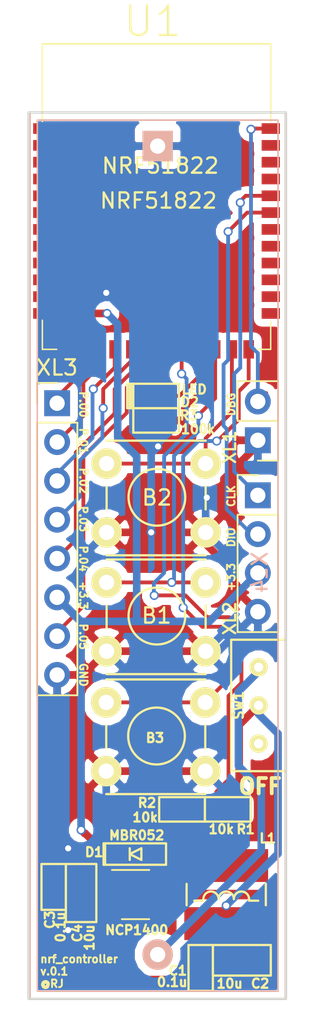
<source format=kicad_pcb>
(kicad_pcb (version 4) (host pcbnew 4.0.2-stable)

  (general
    (links 51)
    (no_connects 0)
    (area 116.600001 40.85 163.485715 113.975)
    (thickness 1.6)
    (drawings 21)
    (tracks 274)
    (zones 0)
    (modules 20)
    (nets 42)
  )

  (page A4)
  (layers
    (0 F.Cu signal)
    (31 B.Cu signal)
    (32 B.Adhes user)
    (33 F.Adhes user)
    (34 B.Paste user)
    (35 F.Paste user)
    (36 B.SilkS user)
    (37 F.SilkS user)
    (38 B.Mask user)
    (39 F.Mask user)
    (40 Dwgs.User user hide)
    (41 Cmts.User user)
    (42 Eco1.User user)
    (43 Eco2.User user)
    (44 Edge.Cuts user)
    (45 Margin user)
    (46 B.CrtYd user)
    (47 F.CrtYd user)
    (48 B.Fab user)
    (49 F.Fab user)
  )

  (setup
    (last_trace_width 0.25)
    (trace_clearance 0.2)
    (zone_clearance 0.5)
    (zone_45_only no)
    (trace_min 0.2)
    (segment_width 0.2)
    (edge_width 0.15)
    (via_size 0.6)
    (via_drill 0.4)
    (via_min_size 0.4)
    (via_min_drill 0.3)
    (uvia_size 0.3)
    (uvia_drill 0.1)
    (uvias_allowed no)
    (uvia_min_size 0.2)
    (uvia_min_drill 0.1)
    (pcb_text_width 0.3)
    (pcb_text_size 1.5 1.5)
    (mod_edge_width 0.15)
    (mod_text_size 1 1)
    (mod_text_width 0.15)
    (pad_size 1.524 1.524)
    (pad_drill 0.762)
    (pad_to_mask_clearance 0.2)
    (aux_axis_origin 0 0)
    (visible_elements 7FFFFFFF)
    (pcbplotparams
      (layerselection 0x010f0_80000001)
      (usegerberextensions false)
      (excludeedgelayer true)
      (linewidth 0.100000)
      (plotframeref false)
      (viasonmask false)
      (mode 1)
      (useauxorigin false)
      (hpglpennumber 1)
      (hpglpenspeed 20)
      (hpglpendiameter 15)
      (hpglpenoverlay 2)
      (psnegative false)
      (psa4output false)
      (plotreference true)
      (plotvalue true)
      (plotinvisibletext false)
      (padsonsilk false)
      (subtractmaskfromsilk false)
      (outputformat 1)
      (mirror false)
      (drillshape 0)
      (scaleselection 1)
      (outputdirectory gerber))
  )

  (net 0 "")
  (net 1 +BATT)
  (net 2 GND)
  (net 3 +3.3V)
  (net 4 /PWR_IN)
  (net 5 "Net-(DA1-Pad3)")
  (net 6 /BAT_MEASURE)
  (net 7 /BAT)
  (net 8 "Net-(SW1-Pad3)")
  (net 9 /BUTTON1)
  (net 10 /BUTTON2)
  (net 11 /BUTTON3)
  (net 12 /LCD_RESET)
  (net 13 /LCD_CE)
  (net 14 /LCD_DC)
  (net 15 /LCD_DIN)
  (net 16 /LCD_CLK)
  (net 17 /LCD_BCKLT)
  (net 18 "Net-(U1-Pad25)")
  (net 19 "Net-(U1-Pad26)")
  (net 20 "Net-(U1-Pad27)")
  (net 21 "Net-(U1-Pad28)")
  (net 22 "Net-(U1-Pad29)")
  (net 23 "Net-(U1-Pad30)")
  (net 24 "Net-(U1-Pad33)")
  (net 25 "Net-(U1-Pad34)")
  (net 26 "Net-(U1-Pad35)")
  (net 27 /DBG_TX)
  (net 28 "Net-(U1-Pad2)")
  (net 29 "Net-(U1-Pad3)")
  (net 30 "Net-(U1-Pad4)")
  (net 31 "Net-(U1-Pad5)")
  (net 32 "Net-(U1-Pad6)")
  (net 33 "Net-(U1-Pad7)")
  (net 34 "Net-(U1-Pad8)")
  (net 35 "Net-(U1-Pad9)")
  (net 36 "Net-(U1-Pad10)")
  (net 37 "Net-(U1-Pad13)")
  (net 38 /SWCLK)
  (net 39 /SWDIO)
  (net 40 /LED)
  (net 41 "Net-(D2-PadC)")

  (net_class Default "This is the default net class."
    (clearance 0.2)
    (trace_width 0.25)
    (via_dia 0.6)
    (via_drill 0.4)
    (uvia_dia 0.3)
    (uvia_drill 0.1)
    (add_net /BAT_MEASURE)
    (add_net /BUTTON1)
    (add_net /BUTTON2)
    (add_net /BUTTON3)
    (add_net /DBG_TX)
    (add_net /LCD_BCKLT)
    (add_net /LCD_CE)
    (add_net /LCD_CLK)
    (add_net /LCD_DC)
    (add_net /LCD_DIN)
    (add_net /LCD_RESET)
    (add_net /LED)
    (add_net /SWCLK)
    (add_net /SWDIO)
    (add_net "Net-(D2-PadC)")
    (add_net "Net-(DA1-Pad3)")
    (add_net "Net-(SW1-Pad3)")
    (add_net "Net-(U1-Pad10)")
    (add_net "Net-(U1-Pad13)")
    (add_net "Net-(U1-Pad2)")
    (add_net "Net-(U1-Pad25)")
    (add_net "Net-(U1-Pad26)")
    (add_net "Net-(U1-Pad27)")
    (add_net "Net-(U1-Pad28)")
    (add_net "Net-(U1-Pad29)")
    (add_net "Net-(U1-Pad3)")
    (add_net "Net-(U1-Pad30)")
    (add_net "Net-(U1-Pad33)")
    (add_net "Net-(U1-Pad34)")
    (add_net "Net-(U1-Pad35)")
    (add_net "Net-(U1-Pad4)")
    (add_net "Net-(U1-Pad5)")
    (add_net "Net-(U1-Pad6)")
    (add_net "Net-(U1-Pad7)")
    (add_net "Net-(U1-Pad8)")
    (add_net "Net-(U1-Pad9)")
  )

  (net_class PWR ""
    (clearance 0.3)
    (trace_width 0.5)
    (via_dia 0.6)
    (via_drill 0.4)
    (uvia_dia 0.3)
    (uvia_drill 0.1)
    (add_net +3.3V)
    (add_net +BATT)
    (add_net /BAT)
    (add_net /PWR_IN)
    (add_net GND)
  )

  (module Capacitors:CAP_0603 (layer F.Cu) (tedit 5D14A94B) (tstamp 5D14AD1D)
    (at 144.6 110.075 270)
    (path /5D13B33E)
    (attr smd)
    (fp_text reference C1 (at 0.175 1.5 360) (layer F.SilkS)
      (effects (font (size 0.6 0.6) (thickness 0.15)))
    )
    (fp_text value 0.1u (at 0.925 1.875 360) (layer F.SilkS)
      (effects (font (size 0.6 0.6) (thickness 0.15)))
    )
    (fp_line (start -1.5 0) (end -1.5 -0.8) (layer F.SilkS) (width 0.15))
    (fp_line (start -1.5 -0.8) (end 1.5 -0.8) (layer F.SilkS) (width 0.15))
    (fp_line (start 1.5 -0.8) (end 1.5 0.8) (layer F.SilkS) (width 0.15))
    (fp_line (start 1.5 0.8) (end -1.5 0.8) (layer F.SilkS) (width 0.15))
    (fp_line (start -1.5 0.8) (end -1.5 0) (layer F.SilkS) (width 0.15))
    (pad 1 smd rect (at -0.762 0 270) (size 0.889 1.016) (layers F.Cu F.Paste F.Mask)
      (net 1 +BATT))
    (pad 2 smd rect (at 0.762 0 270) (size 0.889 1.016) (layers F.Cu F.Paste F.Mask)
      (net 2 GND))
    (model 3d\c_0603.wrl
      (at (xyz 0 0 0))
      (scale (xyz 1 1 1))
      (rotate (xyz 0 0 0))
    )
  )

  (module Capacitors:CAP_0603 (layer F.Cu) (tedit 5D14A90A) (tstamp 5D14AD29)
    (at 134.95 104.775 90)
    (path /5D13B43A)
    (attr smd)
    (fp_text reference C3 (at -2.15 -0.25 90) (layer F.SilkS)
      (effects (font (size 0.6 0.6) (thickness 0.15)))
    )
    (fp_text value 0.1u (at -2.625 0.45 90) (layer F.SilkS)
      (effects (font (size 0.6 0.6) (thickness 0.15)))
    )
    (fp_line (start -1.5 0) (end -1.5 -0.8) (layer F.SilkS) (width 0.15))
    (fp_line (start -1.5 -0.8) (end 1.5 -0.8) (layer F.SilkS) (width 0.15))
    (fp_line (start 1.5 -0.8) (end 1.5 0.8) (layer F.SilkS) (width 0.15))
    (fp_line (start 1.5 0.8) (end -1.5 0.8) (layer F.SilkS) (width 0.15))
    (fp_line (start -1.5 0.8) (end -1.5 0) (layer F.SilkS) (width 0.15))
    (pad 1 smd rect (at -0.762 0 90) (size 0.889 1.016) (layers F.Cu F.Paste F.Mask)
      (net 3 +3.3V))
    (pad 2 smd rect (at 0.762 0 90) (size 0.889 1.016) (layers F.Cu F.Paste F.Mask)
      (net 2 GND))
    (model 3d\c_0603.wrl
      (at (xyz 0 0 0))
      (scale (xyz 1 1 1))
      (rotate (xyz 0 0 0))
    )
  )

  (module Diodes:SOD323 (layer F.Cu) (tedit 5D14B9EF) (tstamp 5D14AD35)
    (at 140.325 102.625)
    (path /5D139EDE)
    (attr smd)
    (fp_text reference D1 (at -2.725 -0.125) (layer F.SilkS)
      (effects (font (size 0.59944 0.59944) (thickness 0.14986)))
    )
    (fp_text value MBR052 (at 0.075 -1.225) (layer F.SilkS)
      (effects (font (size 0.59944 0.59944) (thickness 0.14986)))
    )
    (fp_line (start -2 -0.7) (end -2.1 -0.7) (layer F.SilkS) (width 0.15))
    (fp_line (start -2.1 -0.7) (end -2.1 0.7) (layer F.SilkS) (width 0.15))
    (fp_line (start -2.1 0.7) (end -2 0.7) (layer F.SilkS) (width 0.15))
    (fp_line (start -2 -0.7) (end 2 -0.7) (layer F.SilkS) (width 0.15))
    (fp_line (start 2 -0.7) (end 2 0.7) (layer F.SilkS) (width 0.15))
    (fp_line (start 2 0.7) (end -2 0.7) (layer F.SilkS) (width 0.15))
    (fp_line (start -2 0.7) (end -2 -0.7) (layer F.SilkS) (width 0.15))
    (fp_line (start -0.381 0.381) (end -0.381 -0.381) (layer F.SilkS) (width 0.15))
    (fp_line (start 0.381 0) (end 0.381 -0.381) (layer F.SilkS) (width 0.15))
    (fp_line (start 0.381 -0.381) (end -0.381 0) (layer F.SilkS) (width 0.15))
    (fp_line (start -0.381 0) (end 0.381 0.381) (layer F.SilkS) (width 0.15))
    (fp_line (start 0.381 0.381) (end 0.381 0) (layer F.SilkS) (width 0.15))
    (pad C smd rect (at -1.30048 0) (size 1.00076 1.00076) (layers F.Cu F.Paste F.Mask)
      (net 3 +3.3V))
    (pad A smd rect (at 1.30048 0) (size 1.00076 1.00076) (layers F.Cu F.Paste F.Mask)
      (net 4 /PWR_IN))
    (model smd/chip_cms.wrl
      (at (xyz 0 0 0))
      (scale (xyz 0.17 0.16 0.16))
      (rotate (xyz 0 0 0))
    )
  )

  (module TO_SOT_Packages_SMD:SOT-23-5_HandSoldering (layer F.Cu) (tedit 5D14BA0E) (tstamp 5D14AD3E)
    (at 140.325 105.275)
    (descr "5-pin SOT23 package")
    (tags "SOT-23-5 hand-soldering")
    (path /5D139CF9)
    (attr smd)
    (fp_text reference NCP1400 (at 0.075 2.325) (layer F.SilkS)
      (effects (font (size 0.6 0.6) (thickness 0.15)))
    )
    (fp_text value NCP1400 (at -0.625 7.625) (layer F.Fab)
      (effects (font (size 1 1) (thickness 0.15)))
    )
    (fp_text user %R (at 0 0 90) (layer F.Fab)
      (effects (font (size 0.5 0.5) (thickness 0.075)))
    )
    (fp_line (start -0.9 1.61) (end 0.9 1.61) (layer F.SilkS) (width 0.12))
    (fp_line (start 0.9 -1.61) (end -1.55 -1.61) (layer F.SilkS) (width 0.12))
    (fp_line (start -0.9 -0.9) (end -0.25 -1.55) (layer F.Fab) (width 0.1))
    (fp_line (start 0.9 -1.55) (end -0.25 -1.55) (layer F.Fab) (width 0.1))
    (fp_line (start -0.9 -0.9) (end -0.9 1.55) (layer F.Fab) (width 0.1))
    (fp_line (start 0.9 1.55) (end -0.9 1.55) (layer F.Fab) (width 0.1))
    (fp_line (start 0.9 -1.55) (end 0.9 1.55) (layer F.Fab) (width 0.1))
    (fp_line (start -2.38 -1.8) (end 2.38 -1.8) (layer F.CrtYd) (width 0.05))
    (fp_line (start -2.38 -1.8) (end -2.38 1.8) (layer F.CrtYd) (width 0.05))
    (fp_line (start 2.38 1.8) (end 2.38 -1.8) (layer F.CrtYd) (width 0.05))
    (fp_line (start 2.38 1.8) (end -2.38 1.8) (layer F.CrtYd) (width 0.05))
    (pad 1 smd rect (at -1.35 -0.95) (size 1.56 0.65) (layers F.Cu F.Paste F.Mask)
      (net 3 +3.3V))
    (pad 2 smd rect (at -1.35 0) (size 1.56 0.65) (layers F.Cu F.Paste F.Mask)
      (net 3 +3.3V))
    (pad 3 smd rect (at -1.35 0.95) (size 1.56 0.65) (layers F.Cu F.Paste F.Mask)
      (net 5 "Net-(DA1-Pad3)"))
    (pad 4 smd rect (at 1.35 0.95) (size 1.56 0.65) (layers F.Cu F.Paste F.Mask)
      (net 2 GND))
    (pad 5 smd rect (at 1.35 -0.95) (size 1.56 0.65) (layers F.Cu F.Paste F.Mask)
      (net 4 /PWR_IN))
    (model ${KISYS3DMOD}/TO_SOT_Packages_SMD.3dshapes\SOT-23-5.wrl
      (at (xyz 0 0 0))
      (scale (xyz 1 1 1))
      (rotate (xyz 0 0 0))
    )
  )

  (module Inductors:CD_type_6.0X5.5 (layer F.Cu) (tedit 5D14B9E3) (tstamp 5D14AD44)
    (at 146.275 105.275)
    (path /5D139C8B)
    (fp_text reference L1 (at 2.725 -3.675) (layer F.SilkS)
      (effects (font (size 0.6 0.6) (thickness 0.15)))
    )
    (fp_text value 22uH (at 0 4.5) (layer F.Fab)
      (effects (font (size 1 1) (thickness 0.15)))
    )
    (fp_line (start 1.5 0.4) (end 2.1 0.4) (layer F.SilkS) (width 0.15))
    (fp_line (start -2.1 0.4) (end -1.5 0.4) (layer F.SilkS) (width 0.15))
    (fp_arc (start 1 0.3) (end 1 -0.2) (angle 90) (layer F.SilkS) (width 0.15))
    (fp_arc (start 1 0.3) (end 0.5 0.3) (angle 90) (layer F.SilkS) (width 0.15))
    (fp_arc (start 0 0.3) (end 0 -0.2) (angle 90) (layer F.SilkS) (width 0.15))
    (fp_arc (start 0 0.3) (end -0.5 0.3) (angle 90) (layer F.SilkS) (width 0.15))
    (fp_arc (start -1 0.3) (end -1 -0.2) (angle 90) (layer F.SilkS) (width 0.15))
    (fp_arc (start -1 0.3) (end -1.5 0.3) (angle 90) (layer F.SilkS) (width 0.15))
    (fp_line (start -2.6 -0.7) (end -2.6 0.7) (layer F.SilkS) (width 0.15))
    (fp_line (start 2.6 -0.7) (end 2.6 0.7) (layer F.SilkS) (width 0.15))
    (pad 1 smd rect (at 0 -1.9) (size 5.5 2.15) (layers F.Cu F.Paste F.Mask)
      (net 4 /PWR_IN))
    (pad 2 smd rect (at 0 1.9) (size 5.5 2.15) (layers F.Cu F.Paste F.Mask)
      (net 1 +BATT))
  )

  (module Resistors:RES_0603 (layer F.Cu) (tedit 5D14ABBC) (tstamp 5D14AD4A)
    (at 146.375 99.7 180)
    (path /5D13B1BE)
    (attr smd)
    (fp_text reference R1 (at -1.175 -1.3 180) (layer F.SilkS)
      (effects (font (size 0.6 0.6) (thickness 0.15)))
    )
    (fp_text value 10k (at 0.425 -1.3 180) (layer F.SilkS)
      (effects (font (size 0.6 0.6) (thickness 0.15)))
    )
    (fp_line (start -1.5 0) (end -1.5 -0.8) (layer F.SilkS) (width 0.15))
    (fp_line (start -1.5 -0.8) (end 1.5 -0.8) (layer F.SilkS) (width 0.15))
    (fp_line (start 1.5 -0.8) (end 1.5 0.8) (layer F.SilkS) (width 0.15))
    (fp_line (start 1.5 0.8) (end -1.5 0.8) (layer F.SilkS) (width 0.15))
    (fp_line (start -1.5 0.8) (end -1.5 0) (layer F.SilkS) (width 0.15))
    (pad 1 smd rect (at -0.75 0 180) (size 0.9 1) (layers F.Cu F.Paste F.Mask)
      (net 1 +BATT))
    (pad 2 smd rect (at 0.75 0 180) (size 0.9 1) (layers F.Cu F.Paste F.Mask)
      (net 6 /BAT_MEASURE))
    (model 3d\r_0603.wrl
      (at (xyz 0 0 0))
      (scale (xyz 1 1 1))
      (rotate (xyz 0 0 0))
    )
  )

  (module Resistors:RES_0603 (layer F.Cu) (tedit 5D14ABB5) (tstamp 5D14AD50)
    (at 143.375 99.7 180)
    (path /5D13B1E3)
    (attr smd)
    (fp_text reference R2 (at 2.3 0.425 180) (layer F.SilkS)
      (effects (font (size 0.6 0.6) (thickness 0.15)))
    )
    (fp_text value 10k (at 2.425 -0.525 180) (layer F.SilkS)
      (effects (font (size 0.6 0.6) (thickness 0.15)))
    )
    (fp_line (start -1.5 0) (end -1.5 -0.8) (layer F.SilkS) (width 0.15))
    (fp_line (start -1.5 -0.8) (end 1.5 -0.8) (layer F.SilkS) (width 0.15))
    (fp_line (start 1.5 -0.8) (end 1.5 0.8) (layer F.SilkS) (width 0.15))
    (fp_line (start 1.5 0.8) (end -1.5 0.8) (layer F.SilkS) (width 0.15))
    (fp_line (start -1.5 0.8) (end -1.5 0) (layer F.SilkS) (width 0.15))
    (pad 1 smd rect (at -0.75 0 180) (size 0.9 1) (layers F.Cu F.Paste F.Mask)
      (net 6 /BAT_MEASURE))
    (pad 2 smd rect (at 0.75 0 180) (size 0.9 1) (layers F.Cu F.Paste F.Mask)
      (net 2 GND))
    (model 3d\r_0603.wrl
      (at (xyz 0 0 0))
      (scale (xyz 1 1 1))
      (rotate (xyz 0 0 0))
    )
  )

  (module BtnsSwitches:SW_SS-1P2T (layer F.Cu) (tedit 5D14A7E2) (tstamp 5D14AD57)
    (at 148.4 92.9 270)
    (path /5D1398FA)
    (fp_text reference SW1 (at 0 1.3 270) (layer F.SilkS)
      (effects (font (size 0.6 0.6) (thickness 0.15)))
    )
    (fp_text value SWITCH (at 0.05 2.55 270) (layer F.Fab)
      (effects (font (size 0.6 0.6) (thickness 0.15)))
    )
    (fp_line (start 4.3 -1.8) (end 4.3 1.8) (layer F.SilkS) (width 0.15))
    (fp_line (start 4.3 1.8) (end -4.3 1.8) (layer F.SilkS) (width 0.15))
    (fp_line (start -4.3 1.8) (end -4.3 -1.8) (layer F.SilkS) (width 0.15))
    (fp_line (start -4.3 -1.8) (end 4.3 -1.8) (layer F.SilkS) (width 0.15))
    (pad 1 thru_hole circle (at -2.5 0 270) (size 1.2 1.2) (drill 0.6) (layers *.Cu *.Mask F.SilkS)
      (net 7 /BAT))
    (pad 2 thru_hole circle (at 0 0 270) (size 1.2 1.2) (drill 0.6) (layers *.Cu *.Mask F.SilkS)
      (net 1 +BATT))
    (pad 3 thru_hole circle (at 2.5 0 270) (size 1.2 1.2) (drill 0.6) (layers *.Cu *.Mask F.SilkS)
      (net 8 "Net-(SW1-Pad3)"))
  )

  (module BtnsSwitches:PUSH_THRHOLE_3-1825910-5 (layer F.Cu) (tedit 5D14B9BD) (tstamp 5D14AD5F)
    (at 137.925 89.85)
    (path /5D13DBF7)
    (fp_text reference B1 (at 3.775 -2.825) (layer F.SilkS)
      (effects (font (size 1 1) (thickness 0.15)))
    )
    (fp_text value BUTTON (at 3.725 -5.575 180) (layer F.Fab)
      (effects (font (size 1 1) (thickness 0.15)))
    )
    (fp_circle (center 3.8 -2.8) (end 5.3 -1.7) (layer F.SilkS) (width 0.15))
    (fp_line (start 0.5 1) (end 7 1) (layer F.SilkS) (width 0.15))
    (fp_line (start 0.5 -6.5) (end 7 -6.5) (layer F.SilkS) (width 0.15))
    (fp_line (start 0.5 -3.5) (end 0.5 -2) (layer F.SilkS) (width 0.15))
    (fp_line (start 7 -3.5) (end 7 -2) (layer F.SilkS) (width 0.15))
    (pad 1 thru_hole circle (at 0.5 -5) (size 2 2) (drill 1) (layers *.Cu *.Mask F.SilkS)
      (net 9 /BUTTON1))
    (pad 1 thru_hole circle (at 7 -5) (size 2 2) (drill 1) (layers *.Cu *.Mask F.SilkS)
      (net 9 /BUTTON1))
    (pad 2 thru_hole circle (at 0.5 -0.5) (size 2 2) (drill 1) (layers *.Cu *.Mask F.SilkS)
      (net 2 GND))
    (pad 2 thru_hole circle (at 7 -0.5) (size 2 2) (drill 1) (layers *.Cu *.Mask F.SilkS)
      (net 2 GND))
  )

  (module BtnsSwitches:PUSH_THRHOLE_3-1825910-5 (layer F.Cu) (tedit 5D14B9B2) (tstamp 5D14AD67)
    (at 137.925 82.075)
    (path /5D13DD0E)
    (fp_text reference B2 (at 3.8 -2.775) (layer F.SilkS)
      (effects (font (size 1 1) (thickness 0.15)))
    )
    (fp_text value BUTTON (at 3.8 -5.725 180) (layer F.Fab)
      (effects (font (size 1 1) (thickness 0.15)))
    )
    (fp_circle (center 3.8 -2.8) (end 5.3 -1.7) (layer F.SilkS) (width 0.15))
    (fp_line (start 0.5 1) (end 7 1) (layer F.SilkS) (width 0.15))
    (fp_line (start 0.5 -6.5) (end 7 -6.5) (layer F.SilkS) (width 0.15))
    (fp_line (start 0.5 -3.5) (end 0.5 -2) (layer F.SilkS) (width 0.15))
    (fp_line (start 7 -3.5) (end 7 -2) (layer F.SilkS) (width 0.15))
    (pad 1 thru_hole circle (at 0.5 -5) (size 2 2) (drill 1) (layers *.Cu *.Mask F.SilkS)
      (net 10 /BUTTON2))
    (pad 1 thru_hole circle (at 7 -5) (size 2 2) (drill 1) (layers *.Cu *.Mask F.SilkS)
      (net 10 /BUTTON2))
    (pad 2 thru_hole circle (at 0.5 -0.5) (size 2 2) (drill 1) (layers *.Cu *.Mask F.SilkS)
      (net 2 GND))
    (pad 2 thru_hole circle (at 7 -0.5) (size 2 2) (drill 1) (layers *.Cu *.Mask F.SilkS)
      (net 2 GND))
  )

  (module BtnsSwitches:PUSH_THRHOLE_3-1825910-5 (layer F.Cu) (tedit 5D14B9D6) (tstamp 5D14AD6F)
    (at 137.9 97.7)
    (path /5D13DD4D)
    (fp_text reference B3 (at 3.7 -2.675) (layer F.SilkS)
      (effects (font (size 0.6 0.6) (thickness 0.15)))
    )
    (fp_text value BUTTON (at 3.825 -5.725 180) (layer F.Fab)
      (effects (font (size 1 1) (thickness 0.15)))
    )
    (fp_circle (center 3.8 -2.8) (end 5.3 -1.7) (layer F.SilkS) (width 0.15))
    (fp_line (start 0.5 1) (end 7 1) (layer F.SilkS) (width 0.15))
    (fp_line (start 0.5 -6.5) (end 7 -6.5) (layer F.SilkS) (width 0.15))
    (fp_line (start 0.5 -3.5) (end 0.5 -2) (layer F.SilkS) (width 0.15))
    (fp_line (start 7 -3.5) (end 7 -2) (layer F.SilkS) (width 0.15))
    (pad 1 thru_hole circle (at 0.5 -5) (size 2 2) (drill 1) (layers *.Cu *.Mask F.SilkS)
      (net 11 /BUTTON3))
    (pad 1 thru_hole circle (at 7 -5) (size 2 2) (drill 1) (layers *.Cu *.Mask F.SilkS)
      (net 11 /BUTTON3))
    (pad 2 thru_hole circle (at 0.5 -0.5) (size 2 2) (drill 1) (layers *.Cu *.Mask F.SilkS)
      (net 2 GND))
    (pad 2 thru_hole circle (at 7 -0.5) (size 2 2) (drill 1) (layers *.Cu *.Mask F.SilkS)
      (net 2 GND))
  )

  (module Installation:YJ-14015-NRF51822_Module (layer F.Cu) (tedit 5D149D33) (tstamp 5D14ADA1)
    (at 141.7 69.6)
    (descr YJ-14015-Modul)
    (tags YJ-14015)
    (path /5D139794)
    (attr smd)
    (fp_text reference U1 (at -0.254 -21.463) (layer F.SilkS)
      (effects (font (size 1.9304 1.9304) (thickness 0.1524)))
    )
    (fp_text value NRF51822 (at 0.254 -12.0142 180) (layer F.SilkS)
      (effects (font (size 1 1) (thickness 0.1524)))
    )
    (fp_line (start -7.493 -15.494) (end 7.493 -15.494) (layer F.SilkS) (width 0.1))
    (fp_text user NRF51822 (at 0.127 -9.7282) (layer F.SilkS)
      (effects (font (size 1 1) (thickness 0.15)))
    )
    (fp_line (start 6.604 0) (end 7.493 0) (layer F.SilkS) (width 0.1))
    (fp_line (start 7.493 0) (end 7.493 -1.8288) (layer F.SilkS) (width 0.1))
    (fp_line (start -7.493 -1.905) (end -7.493 0) (layer F.SilkS) (width 0.1))
    (fp_line (start -7.493 0) (end -6.5532 0) (layer F.SilkS) (width 0.1))
    (fp_line (start 7.493 -19.9898) (end 7.493 -14.9098) (layer F.SilkS) (width 0.1))
    (fp_line (start -7.493 -19.9898) (end 7.493 -19.9898) (layer F.SilkS) (width 0.1))
    (fp_line (start -7.493 -19.9898) (end -7.493 -14.9098) (layer F.SilkS) (width 0.1))
    (fp_line (start 7.49808 -19.99996) (end -7.49808 -19.99996) (layer F.SilkS) (width 0.1))
    (pad 11 smd rect (at -7.49808 -3.44932 90) (size 0.6985 1.19888) (layers F.Cu F.Paste F.Mask)
      (net 2 GND))
    (pad 1 smd rect (at -7.49808 -14.44752 90) (size 0.6985 1.19888) (layers F.Cu F.Paste F.Mask)
      (net 2 GND))
    (pad 14 smd rect (at -4.94792 0 90) (size 1.19888 0.6985) (layers F.Cu F.Paste F.Mask)
      (net 12 /LCD_RESET))
    (pad 15 smd rect (at -3.8481 0 90) (size 1.19888 0.6985) (layers F.Cu F.Paste F.Mask)
      (net 13 /LCD_CE))
    (pad 16 smd rect (at -2.74828 0 90) (size 1.19888 0.6985) (layers F.Cu F.Paste F.Mask)
      (net 14 /LCD_DC))
    (pad 17 smd rect (at -1.64846 0 90) (size 1.19888 0.6985) (layers F.Cu F.Paste F.Mask)
      (net 15 /LCD_DIN))
    (pad 18 smd rect (at -0.54864 0 90) (size 1.19888 0.6985) (layers F.Cu F.Paste F.Mask)
      (net 16 /LCD_CLK))
    (pad 19 smd rect (at 0.54864 0 90) (size 1.19888 0.6985) (layers F.Cu F.Paste F.Mask)
      (net 17 /LCD_BCKLT))
    (pad 20 smd rect (at 1.64846 0 90) (size 1.19888 0.6985) (layers F.Cu F.Paste F.Mask)
      (net 6 /BAT_MEASURE))
    (pad 21 smd rect (at 2.74828 0 90) (size 1.19888 0.6985) (layers F.Cu F.Paste F.Mask)
      (net 40 /LED))
    (pad 22 smd rect (at 3.8481 0 90) (size 1.19888 0.6985) (layers F.Cu F.Paste F.Mask)
      (net 9 /BUTTON1))
    (pad 23 smd rect (at 4.94792 0 90) (size 1.19888 0.6985) (layers F.Cu F.Paste F.Mask)
      (net 10 /BUTTON2))
    (pad 24 smd rect (at 6.04774 0 90) (size 1.19888 0.6985) (layers F.Cu F.Paste F.Mask)
      (net 11 /BUTTON3))
    (pad 25 smd rect (at 7.49808 -2.3495 90) (size 0.6985 1.19888) (layers F.Cu F.Paste F.Mask)
      (net 18 "Net-(U1-Pad25)"))
    (pad 26 smd rect (at 7.49808 -3.44932 90) (size 0.6985 1.19888) (layers F.Cu F.Paste F.Mask)
      (net 19 "Net-(U1-Pad26)"))
    (pad 27 smd rect (at 7.49808 -4.54914 90) (size 0.6985 1.19888) (layers F.Cu F.Paste F.Mask)
      (net 20 "Net-(U1-Pad27)"))
    (pad 28 smd rect (at 7.49808 -5.64896 90) (size 0.6985 1.19888) (layers F.Cu F.Paste F.Mask)
      (net 21 "Net-(U1-Pad28)"))
    (pad 29 smd rect (at 7.49808 -6.74878 90) (size 0.6985 1.19888) (layers F.Cu F.Paste F.Mask)
      (net 22 "Net-(U1-Pad29)"))
    (pad 30 smd rect (at 7.49808 -7.8486 90) (size 0.6985 1.19888) (layers F.Cu F.Paste F.Mask)
      (net 23 "Net-(U1-Pad30)"))
    (pad 33 smd rect (at 7.49808 -11.14806 90) (size 0.6985 1.19888) (layers F.Cu F.Paste F.Mask)
      (net 24 "Net-(U1-Pad33)"))
    (pad 34 smd rect (at 7.49808 -12.24788 90) (size 0.6985 1.19888) (layers F.Cu F.Paste F.Mask)
      (net 25 "Net-(U1-Pad34)"))
    (pad 35 smd rect (at 7.49808 -13.3477 90) (size 0.6985 1.19888) (layers F.Cu F.Paste F.Mask)
      (net 26 "Net-(U1-Pad35)"))
    (pad 36 smd rect (at 7.49808 -14.44752 90) (size 0.6985 1.19888) (layers F.Cu F.Paste F.Mask)
      (net 27 /DBG_TX))
    (pad 2 smd rect (at -7.49808 -13.3477 90) (size 0.6985 1.19888) (layers F.Cu F.Paste F.Mask)
      (net 28 "Net-(U1-Pad2)"))
    (pad 3 smd rect (at -7.49808 -12.24788 90) (size 0.6985 1.19888) (layers F.Cu F.Paste F.Mask)
      (net 29 "Net-(U1-Pad3)"))
    (pad 4 smd rect (at -7.49808 -11.14806 90) (size 0.6985 1.19888) (layers F.Cu F.Paste F.Mask)
      (net 30 "Net-(U1-Pad4)"))
    (pad 5 smd rect (at -7.49808 -10.04824 90) (size 0.6985 1.19888) (layers F.Cu F.Paste F.Mask)
      (net 31 "Net-(U1-Pad5)"))
    (pad 6 smd rect (at -7.49808 -8.94842 90) (size 0.6985 1.19888) (layers F.Cu F.Paste F.Mask)
      (net 32 "Net-(U1-Pad6)"))
    (pad 7 smd rect (at -7.49808 -7.8486 90) (size 0.6985 1.19888) (layers F.Cu F.Paste F.Mask)
      (net 33 "Net-(U1-Pad7)"))
    (pad 8 smd rect (at -7.49808 -6.74878 90) (size 0.6985 1.19888) (layers F.Cu F.Paste F.Mask)
      (net 34 "Net-(U1-Pad8)"))
    (pad 9 smd rect (at -7.49808 -5.64896 90) (size 0.6985 1.19888) (layers F.Cu F.Paste F.Mask)
      (net 35 "Net-(U1-Pad9)"))
    (pad 10 smd rect (at -7.49808 -4.54914 90) (size 0.6985 1.19888) (layers F.Cu F.Paste F.Mask)
      (net 36 "Net-(U1-Pad10)"))
    (pad 13 smd rect (at -6.04774 0 90) (size 1.19888 0.6985) (layers F.Cu F.Paste F.Mask)
      (net 37 "Net-(U1-Pad13)"))
    (pad 32 smd rect (at 7.49808 -10.04824 90) (size 0.6985 1.19888) (layers F.Cu F.Paste F.Mask)
      (net 38 /SWCLK))
    (pad 31 smd rect (at 7.49808 -8.94842 90) (size 0.6985 1.19888) (layers F.Cu F.Paste F.Mask)
      (net 39 /SWDIO))
    (pad 12 smd rect (at -7.49808 -2.3495 90) (size 0.6985 1.19888) (layers F.Cu F.Paste F.Mask)
      (net 3 +3.3V))
  )

  (module Installation:1xAA_BAT_HOLDER_PCB (layer B.Cu) (tedit 5D14A581) (tstamp 5D14ADCA)
    (at 141.775 54.8 180)
    (path /5D1397DB)
    (fp_text reference XL4 (at -6.7 -29.4 450) (layer B.SilkS)
      (effects (font (size 1 1) (thickness 0.15)) (justify mirror))
    )
    (fp_text value CONN_2 (at -9.5 -29.8 450) (layer B.Fab)
      (effects (font (size 1 1) (thickness 0.15)) (justify mirror))
    )
    (fp_line (start -7.9 0.2) (end 7.9 0.2) (layer B.SilkS) (width 0.1))
    (fp_line (start 7.9 0.2) (end 7.9 -56.8) (layer B.SilkS) (width 0.1))
    (fp_line (start 7.9 -56.8) (end -7.9 -56.8) (layer B.SilkS) (width 0.1))
    (fp_line (start -7.9 -56.8) (end -7.9 0.2) (layer B.SilkS) (width 0.1))
    (fp_line (start 8.4 -57.3) (end -8.4 -57.3) (layer B.SilkS) (width 0.15))
    (fp_line (start 8.4 0.7) (end 8.4 -57.3) (layer B.SilkS) (width 0.15))
    (fp_line (start -8.4 0.7) (end -8.4 -57.3) (layer B.SilkS) (width 0.15))
    (fp_line (start 0 0.7) (end 8.4 0.7) (layer B.SilkS) (width 0.15))
    (fp_line (start 0 0.7) (end -8.4 0.7) (layer B.SilkS) (width 0.15))
    (pad 1 thru_hole rect (at 0 -1.5 180) (size 2 2) (drill 1) (layers *.Cu *.Mask B.SilkS)
      (net 2 GND))
    (pad 2 thru_hole circle (at 0 -54.4 180) (size 2 2) (drill 1) (layers *.Cu *.Mask B.SilkS)
      (net 7 /BAT))
  )

  (module Socket_Strips:Socket_Strip_Straight_1x02_Pitch2.54mm (layer F.Cu) (tedit 5D14B981) (tstamp 5D14B02F)
    (at 148.35 75.55 180)
    (descr "Through hole straight socket strip, 1x02, 2.54mm pitch, single row")
    (tags "Through hole socket strip THT 1x02 2.54mm single row")
    (path /5D13BEB1)
    (fp_text reference XL1 (at 1.85 -0.45 270) (layer F.SilkS)
      (effects (font (size 0.8 0.8) (thickness 0.15)))
    )
    (fp_text value CONN_2 (at -2.8 1.125 270) (layer F.Fab)
      (effects (font (size 1 1) (thickness 0.15)))
    )
    (fp_line (start -1.27 -1.27) (end -1.27 3.81) (layer F.Fab) (width 0.1))
    (fp_line (start -1.27 3.81) (end 1.27 3.81) (layer F.Fab) (width 0.1))
    (fp_line (start 1.27 3.81) (end 1.27 -1.27) (layer F.Fab) (width 0.1))
    (fp_line (start 1.27 -1.27) (end -1.27 -1.27) (layer F.Fab) (width 0.1))
    (fp_line (start -1.33 1.27) (end -1.33 3.87) (layer F.SilkS) (width 0.12))
    (fp_line (start -1.33 3.87) (end 1.33 3.87) (layer F.SilkS) (width 0.12))
    (fp_line (start 1.33 3.87) (end 1.33 1.27) (layer F.SilkS) (width 0.12))
    (fp_line (start 1.33 1.27) (end -1.33 1.27) (layer F.SilkS) (width 0.12))
    (fp_line (start -1.33 0) (end -1.33 -1.33) (layer F.SilkS) (width 0.12))
    (fp_line (start -1.33 -1.33) (end 0 -1.33) (layer F.SilkS) (width 0.12))
    (fp_line (start -1.8 -1.8) (end -1.8 4.35) (layer F.CrtYd) (width 0.05))
    (fp_line (start -1.8 4.35) (end 1.8 4.35) (layer F.CrtYd) (width 0.05))
    (fp_line (start 1.8 4.35) (end 1.8 -1.8) (layer F.CrtYd) (width 0.05))
    (fp_line (start 1.8 -1.8) (end -1.8 -1.8) (layer F.CrtYd) (width 0.05))
    (fp_text user %R (at -2.85 -3.8 270) (layer F.Fab)
      (effects (font (size 1 1) (thickness 0.15)))
    )
    (pad 1 thru_hole rect (at 0 0 180) (size 1.7 1.7) (drill 1) (layers *.Cu *.Mask)
      (net 2 GND))
    (pad 2 thru_hole oval (at 0 2.54 180) (size 1.7 1.7) (drill 1) (layers *.Cu *.Mask)
      (net 27 /DBG_TX))
    (model ${KISYS3DMOD}/Socket_Strips.3dshapes/Socket_Strip_Straight_1x02_Pitch2.54mm.wrl
      (at (xyz 0 -0.05 0))
      (scale (xyz 1 1 1))
      (rotate (xyz 0 0 270))
    )
  )

  (module Socket_Strips:Socket_Strip_Straight_1x04_Pitch2.54mm (layer F.Cu) (tedit 5D14B990) (tstamp 5D14B034)
    (at 148.35 79.15)
    (descr "Through hole straight socket strip, 1x04, 2.54mm pitch, single row")
    (tags "Through hole socket strip THT 1x04 2.54mm single row")
    (path /5D13BEEE)
    (fp_text reference XL2 (at -1.85 8.05 90) (layer F.SilkS)
      (effects (font (size 0.8 0.8) (thickness 0.15)))
    )
    (fp_text value CONN_4 (at 2.625 8.75 90) (layer F.Fab)
      (effects (font (size 1 1) (thickness 0.15)))
    )
    (fp_line (start -1.27 -1.27) (end -1.27 8.89) (layer F.Fab) (width 0.1))
    (fp_line (start -1.27 8.89) (end 1.27 8.89) (layer F.Fab) (width 0.1))
    (fp_line (start 1.27 8.89) (end 1.27 -1.27) (layer F.Fab) (width 0.1))
    (fp_line (start 1.27 -1.27) (end -1.27 -1.27) (layer F.Fab) (width 0.1))
    (fp_line (start -1.33 1.27) (end -1.33 8.95) (layer F.SilkS) (width 0.12))
    (fp_line (start -1.33 8.95) (end 1.33 8.95) (layer F.SilkS) (width 0.12))
    (fp_line (start 1.33 8.95) (end 1.33 1.27) (layer F.SilkS) (width 0.12))
    (fp_line (start 1.33 1.27) (end -1.33 1.27) (layer F.SilkS) (width 0.12))
    (fp_line (start -1.33 0) (end -1.33 -1.33) (layer F.SilkS) (width 0.12))
    (fp_line (start -1.33 -1.33) (end 0 -1.33) (layer F.SilkS) (width 0.12))
    (fp_line (start -1.8 -1.8) (end -1.8 9.4) (layer F.CrtYd) (width 0.05))
    (fp_line (start -1.8 9.4) (end 1.8 9.4) (layer F.CrtYd) (width 0.05))
    (fp_line (start 1.8 9.4) (end 1.8 -1.8) (layer F.CrtYd) (width 0.05))
    (fp_line (start 1.8 -1.8) (end -1.8 -1.8) (layer F.CrtYd) (width 0.05))
    (fp_text user %R (at 2.725 4.025 90) (layer F.Fab)
      (effects (font (size 1 1) (thickness 0.15)))
    )
    (pad 1 thru_hole rect (at 0 0) (size 1.7 1.7) (drill 1) (layers *.Cu *.Mask)
      (net 38 /SWCLK))
    (pad 2 thru_hole oval (at 0 2.54) (size 1.7 1.7) (drill 1) (layers *.Cu *.Mask)
      (net 39 /SWDIO))
    (pad 3 thru_hole oval (at 0 5.08) (size 1.7 1.7) (drill 1) (layers *.Cu *.Mask)
      (net 3 +3.3V))
    (pad 4 thru_hole oval (at 0 7.62) (size 1.7 1.7) (drill 1) (layers *.Cu *.Mask)
      (net 2 GND))
    (model ${KISYS3DMOD}/Socket_Strips.3dshapes/Socket_Strip_Straight_1x04_Pitch2.54mm.wrl
      (at (xyz 0 -0.15 0))
      (scale (xyz 1 1 1))
      (rotate (xyz 0 0 270))
    )
  )

  (module Socket_Strips:Socket_Strip_Straight_1x08_Pitch2.54mm (layer F.Cu) (tedit 5D14A82A) (tstamp 5D14B03B)
    (at 135.175 73.125)
    (descr "Through hole straight socket strip, 1x08, 2.54mm pitch, single row")
    (tags "Through hole socket strip THT 1x08 2.54mm single row")
    (path /5D13C207)
    (fp_text reference XL3 (at 0 -2.33) (layer F.SilkS)
      (effects (font (size 1 1) (thickness 0.15)))
    )
    (fp_text value CONN_8 (at -2.9 8.3 90) (layer F.Fab)
      (effects (font (size 1 1) (thickness 0.15)))
    )
    (fp_line (start -1.27 -1.27) (end -1.27 19.05) (layer F.Fab) (width 0.1))
    (fp_line (start -1.27 19.05) (end 1.27 19.05) (layer F.Fab) (width 0.1))
    (fp_line (start 1.27 19.05) (end 1.27 -1.27) (layer F.Fab) (width 0.1))
    (fp_line (start 1.27 -1.27) (end -1.27 -1.27) (layer F.Fab) (width 0.1))
    (fp_line (start -1.33 1.27) (end -1.33 19.11) (layer F.SilkS) (width 0.12))
    (fp_line (start -1.33 19.11) (end 1.33 19.11) (layer F.SilkS) (width 0.12))
    (fp_line (start 1.33 19.11) (end 1.33 1.27) (layer F.SilkS) (width 0.12))
    (fp_line (start 1.33 1.27) (end -1.33 1.27) (layer F.SilkS) (width 0.12))
    (fp_line (start -1.33 0) (end -1.33 -1.33) (layer F.SilkS) (width 0.12))
    (fp_line (start -1.33 -1.33) (end 0 -1.33) (layer F.SilkS) (width 0.12))
    (fp_line (start -1.8 -1.8) (end -1.8 19.55) (layer F.CrtYd) (width 0.05))
    (fp_line (start -1.8 19.55) (end 1.8 19.55) (layer F.CrtYd) (width 0.05))
    (fp_line (start 1.8 19.55) (end 1.8 -1.8) (layer F.CrtYd) (width 0.05))
    (fp_line (start 1.8 -1.8) (end -1.8 -1.8) (layer F.CrtYd) (width 0.05))
    (fp_text user %R (at 0 -2.33) (layer F.Fab)
      (effects (font (size 1 1) (thickness 0.15)))
    )
    (pad 1 thru_hole rect (at 0 0) (size 1.7 1.7) (drill 1) (layers *.Cu *.Mask)
      (net 12 /LCD_RESET))
    (pad 2 thru_hole oval (at 0 2.54) (size 1.7 1.7) (drill 1) (layers *.Cu *.Mask)
      (net 13 /LCD_CE))
    (pad 3 thru_hole oval (at 0 5.08) (size 1.7 1.7) (drill 1) (layers *.Cu *.Mask)
      (net 14 /LCD_DC))
    (pad 4 thru_hole oval (at 0 7.62) (size 1.7 1.7) (drill 1) (layers *.Cu *.Mask)
      (net 15 /LCD_DIN))
    (pad 5 thru_hole oval (at 0 10.16) (size 1.7 1.7) (drill 1) (layers *.Cu *.Mask)
      (net 16 /LCD_CLK))
    (pad 6 thru_hole oval (at 0 12.7) (size 1.7 1.7) (drill 1) (layers *.Cu *.Mask)
      (net 3 +3.3V))
    (pad 7 thru_hole oval (at 0 15.24) (size 1.7 1.7) (drill 1) (layers *.Cu *.Mask)
      (net 17 /LCD_BCKLT))
    (pad 8 thru_hole oval (at 0 17.78) (size 1.7 1.7) (drill 1) (layers *.Cu *.Mask)
      (net 2 GND))
    (model ${KISYS3DMOD}/Socket_Strips.3dshapes/Socket_Strip_Straight_1x08_Pitch2.54mm.wrl
      (at (xyz 0 -0.35 0))
      (scale (xyz 1 1 1))
      (rotate (xyz 0 0 270))
    )
  )

  (module Capacitors:CAP_0805 (layer F.Cu) (tedit 5D14B8AF) (tstamp 5D14B47A)
    (at 147.3 109.575)
    (path /5D13B38F)
    (attr smd)
    (fp_text reference C2 (at 1.2 1.525) (layer F.SilkS)
      (effects (font (size 0.6 0.6) (thickness 0.15)))
    )
    (fp_text value 10u (at -0.8 1.525) (layer F.SilkS)
      (effects (font (size 0.6 0.6) (thickness 0.15)))
    )
    (fp_line (start -1.9 -1) (end 1.9 -1) (layer F.SilkS) (width 0.15))
    (fp_line (start 1.9 -1) (end 1.9 1) (layer F.SilkS) (width 0.15))
    (fp_line (start 1.9 1) (end -1.9 1) (layer F.SilkS) (width 0.15))
    (fp_line (start -1.9 1) (end -1.9 -1) (layer F.SilkS) (width 0.15))
    (pad 1 smd rect (at -1.016 0) (size 1.143 1.397) (layers F.Cu F.Paste F.Mask)
      (net 1 +BATT))
    (pad 2 smd rect (at 1.016 0) (size 1.143 1.397) (layers F.Cu F.Paste F.Mask)
      (net 2 GND))
    (model 3d\c_0805.wrl
      (at (xyz 0 0 0))
      (scale (xyz 1 1 1))
      (rotate (xyz 0 0 0))
    )
  )

  (module Capacitors:CAP_0805 (layer F.Cu) (tedit 5D14B8C2) (tstamp 5D14B47F)
    (at 136.75 105.175 90)
    (path /5D13B469)
    (attr smd)
    (fp_text reference C4 (at -2.625 -0.25 90) (layer F.SilkS)
      (effects (font (size 0.6 0.6) (thickness 0.15)))
    )
    (fp_text value 10u (at -2.925 0.55 90) (layer F.SilkS)
      (effects (font (size 0.6 0.6) (thickness 0.15)))
    )
    (fp_line (start -1.9 -1) (end 1.9 -1) (layer F.SilkS) (width 0.15))
    (fp_line (start 1.9 -1) (end 1.9 1) (layer F.SilkS) (width 0.15))
    (fp_line (start 1.9 1) (end -1.9 1) (layer F.SilkS) (width 0.15))
    (fp_line (start -1.9 1) (end -1.9 -1) (layer F.SilkS) (width 0.15))
    (pad 1 smd rect (at -1.016 0 90) (size 1.143 1.397) (layers F.Cu F.Paste F.Mask)
      (net 3 +3.3V))
    (pad 2 smd rect (at 1.016 0 90) (size 1.143 1.397) (layers F.Cu F.Paste F.Mask)
      (net 2 GND))
    (model 3d\c_0805.wrl
      (at (xyz 0 0 0))
      (scale (xyz 1 1 1))
      (rotate (xyz 0 0 0))
    )
  )

  (module LEDs:LED_0603 (layer F.Cu) (tedit 5D14AA34) (tstamp 5D14B831)
    (at 141.675 72.65 180)
    (path /5D14D0C5)
    (attr smd)
    (fp_text reference D2 (at -2.2 -0.4 180) (layer F.SilkS)
      (effects (font (size 0.6 0.6) (thickness 0.15)))
    )
    (fp_text value LED (at -2.5 0.425 180) (layer F.SilkS)
      (effects (font (size 0.6 0.6) (thickness 0.15)))
    )
    (fp_line (start 1.7 -0.8) (end 1.9 -0.8) (layer F.SilkS) (width 0.15))
    (fp_line (start 1.9 -0.8) (end 1.9 0.8) (layer F.SilkS) (width 0.15))
    (fp_line (start 1.9 0.8) (end 1.7 0.8) (layer F.SilkS) (width 0.15))
    (fp_line (start 1.5 -0.8) (end 1.65 -0.8) (layer F.SilkS) (width 0.15))
    (fp_line (start 1.65 -0.8) (end 1.65 0.8) (layer F.SilkS) (width 0.15))
    (fp_line (start 1.65 0.8) (end 1.5 0.8) (layer F.SilkS) (width 0.15))
    (fp_line (start 1.5 0.8) (end 1.75 0.8) (layer F.SilkS) (width 0.15))
    (fp_line (start 1.75 0.8) (end 1.75 -0.8) (layer F.SilkS) (width 0.15))
    (fp_line (start 1.75 -0.8) (end 1.65 -0.8) (layer F.SilkS) (width 0.15))
    (fp_line (start -1.5 0) (end -1.5 -0.8) (layer F.SilkS) (width 0.15))
    (fp_line (start -1.5 -0.8) (end 1.5 -0.8) (layer F.SilkS) (width 0.15))
    (fp_line (start 1.5 -0.8) (end 1.5 0.8) (layer F.SilkS) (width 0.15))
    (fp_line (start 1.5 0.8) (end -1.5 0.8) (layer F.SilkS) (width 0.15))
    (fp_line (start -1.5 0.8) (end -1.5 -0.1) (layer F.SilkS) (width 0.15))
    (pad A smd rect (at -0.762 0 180) (size 0.889 1.016) (layers F.Cu F.Paste F.Mask)
      (net 40 /LED))
    (pad C smd rect (at 0.762 0 180) (size 0.889 1.016) (layers F.Cu F.Paste F.Mask)
      (net 41 "Net-(D2-PadC)"))
    (model smd/chip_cms.wrl
      (at (xyz 0 0 0))
      (scale (xyz 0.1 0.1 0.1))
      (rotate (xyz 0 0 0))
    )
  )

  (module Resistors:RES_0603 (layer F.Cu) (tedit 5D14AA37) (tstamp 5D14B837)
    (at 141.675 74.25)
    (path /5D14D46B)
    (attr smd)
    (fp_text reference R3 (at 2.15 -0.325) (layer F.SilkS)
      (effects (font (size 0.6 0.6) (thickness 0.15)))
    )
    (fp_text value 100k (at 2.75 0.575) (layer F.SilkS)
      (effects (font (size 0.6 0.6) (thickness 0.15)))
    )
    (fp_line (start -1.5 0) (end -1.5 -0.8) (layer F.SilkS) (width 0.15))
    (fp_line (start -1.5 -0.8) (end 1.5 -0.8) (layer F.SilkS) (width 0.15))
    (fp_line (start 1.5 -0.8) (end 1.5 0.8) (layer F.SilkS) (width 0.15))
    (fp_line (start 1.5 0.8) (end -1.5 0.8) (layer F.SilkS) (width 0.15))
    (fp_line (start -1.5 0.8) (end -1.5 0) (layer F.SilkS) (width 0.15))
    (pad 1 smd rect (at -0.75 0) (size 0.9 1) (layers F.Cu F.Paste F.Mask)
      (net 41 "Net-(D2-PadC)"))
    (pad 2 smd rect (at 0.75 0) (size 0.9 1) (layers F.Cu F.Paste F.Mask)
      (net 2 GND))
    (model 3d\r_0603.wrl
      (at (xyz 0 0 0))
      (scale (xyz 1 1 1))
      (rotate (xyz 0 0 0))
    )
  )

  (gr_text "nrf_controller\nv.0.1\n@RJ" (at 134 110.3) (layer F.SilkS)
    (effects (font (size 0.5 0.5) (thickness 0.125)) (justify left))
  )
  (gr_text GND (at 136.9 90.9 270) (layer F.SilkS)
    (effects (font (size 0.5 0.5) (thickness 0.125)))
  )
  (gr_text P.05 (at 136.9 88.4 270) (layer F.SilkS)
    (effects (font (size 0.5 0.5) (thickness 0.125)))
  )
  (gr_text P.04 (at 136.9 83.3 270) (layer F.SilkS)
    (effects (font (size 0.5 0.5) (thickness 0.125)))
  )
  (gr_text P.03 (at 136.9 80.7 270) (layer F.SilkS)
    (effects (font (size 0.5 0.5) (thickness 0.125)))
  )
  (gr_text P.02 (at 136.9 78.2 270) (layer F.SilkS)
    (effects (font (size 0.5 0.5) (thickness 0.125)))
  )
  (gr_text P.01 (at 136.9 75.6 270) (layer F.SilkS)
    (effects (font (size 0.5 0.5) (thickness 0.125)))
  )
  (gr_text "P.00\n" (at 136.9 73.2 270) (layer F.SilkS)
    (effects (font (size 0.5 0.5) (thickness 0.125)))
  )
  (gr_text +3.3 (at 136.9 85.7 270) (layer F.SilkS)
    (effects (font (size 0.5 0.5) (thickness 0.125)))
  )
  (gr_text DBG (at 146.6 73.2 90) (layer F.SilkS)
    (effects (font (size 0.5 0.5) (thickness 0.125)))
  )
  (gr_text CLK (at 146.6 79.2 90) (layer F.SilkS)
    (effects (font (size 0.5 0.5) (thickness 0.125)))
  )
  (gr_text DIO (at 146.6 81.9 90) (layer F.SilkS)
    (effects (font (size 0.5 0.5) (thickness 0.125)))
  )
  (gr_text +3.3 (at 146.6 84.5 90) (layer F.SilkS)
    (effects (font (size 0.5 0.5) (thickness 0.125)))
  )
  (gr_text OFF (at 148.5 98.2) (layer F.SilkS)
    (effects (font (size 1 1) (thickness 0.25)))
  )
  (gr_line (start 150.2 112.1) (end 150.2 54.1) (angle 90) (layer Edge.Cuts) (width 0.15))
  (gr_line (start 133.3 112.1) (end 150.2 112.1) (angle 90) (layer Edge.Cuts) (width 0.15))
  (gr_line (start 133.3 54.1) (end 133.3 112.1) (angle 90) (layer Edge.Cuts) (width 0.15))
  (dimension 4.5 (width 0.3) (layer Dwgs.User)
    (gr_text "4,500 mm" (at 157.55 51.85 270) (layer Dwgs.User)
      (effects (font (size 1.5 1.5) (thickness 0.3)))
    )
    (feature1 (pts (xy 149.2 54.1) (xy 158.9 54.1)))
    (feature2 (pts (xy 149.2 49.6) (xy 158.9 49.6)))
    (crossbar (pts (xy 156.2 49.6) (xy 156.2 54.1)))
    (arrow1a (pts (xy 156.2 54.1) (xy 155.613579 52.973496)))
    (arrow1b (pts (xy 156.2 54.1) (xy 156.786421 52.973496)))
    (arrow2a (pts (xy 156.2 49.6) (xy 155.613579 50.726504)))
    (arrow2b (pts (xy 156.2 49.6) (xy 156.786421 50.726504)))
  )
  (dimension 58 (width 0.3) (layer Dwgs.User)
    (gr_text "58,000 mm" (at 123.25 83.1 270) (layer Dwgs.User)
      (effects (font (size 1.5 1.5) (thickness 0.3)))
    )
    (feature1 (pts (xy 133.3 112.1) (xy 121.9 112.1)))
    (feature2 (pts (xy 133.3 54.1) (xy 121.9 54.1)))
    (crossbar (pts (xy 124.6 54.1) (xy 124.6 112.1)))
    (arrow1a (pts (xy 124.6 112.1) (xy 124.013579 110.973496)))
    (arrow1b (pts (xy 124.6 112.1) (xy 125.186421 110.973496)))
    (arrow2a (pts (xy 124.6 54.1) (xy 124.013579 55.226504)))
    (arrow2b (pts (xy 124.6 54.1) (xy 125.186421 55.226504)))
  )
  (dimension 16.9 (width 0.3) (layer Dwgs.User)
    (gr_text "16,900 mm" (at 141.75 42.35) (layer Dwgs.User)
      (effects (font (size 1.5 1.5) (thickness 0.3)))
    )
    (feature1 (pts (xy 150.2 54.1) (xy 150.2 41)))
    (feature2 (pts (xy 133.3 54.1) (xy 133.3 41)))
    (crossbar (pts (xy 133.3 43.7) (xy 150.2 43.7)))
    (arrow1a (pts (xy 150.2 43.7) (xy 149.073496 44.286421)))
    (arrow1b (pts (xy 150.2 43.7) (xy 149.073496 43.113579)))
    (arrow2a (pts (xy 133.3 43.7) (xy 134.426504 44.286421)))
    (arrow2b (pts (xy 133.3 43.7) (xy 134.426504 43.113579)))
  )
  (gr_line (start 133.3 54.1) (end 150.2 54.1) (angle 90) (layer Edge.Cuts) (width 0.15))

  (segment (start 147.125 99.7) (end 147.125 94.175) (width 0.5) (layer F.Cu) (net 1))
  (segment (start 147.125 94.175) (end 148.4 92.9) (width 0.5) (layer F.Cu) (net 1) (tstamp 5D14B978))
  (segment (start 146.275 107.175) (end 146.275 106) (width 0.5) (layer F.Cu) (net 1))
  (via (at 146.275 106) (size 0.6) (drill 0.4) (layers F.Cu B.Cu) (net 1))
  (segment (start 146.275 106) (end 147.25 105.025) (width 0.5) (layer B.Cu) (net 1) (tstamp 5D14B93C))
  (segment (start 149.175 103.1) (end 149.425 102.85) (width 0.5) (layer B.Cu) (net 1))
  (segment (start 149.675 102.1) (end 149.675 102.6) (width 0.5) (layer B.Cu) (net 1))
  (segment (start 149.675 102.6) (end 149.425 102.85) (width 0.5) (layer B.Cu) (net 1) (tstamp 5D14B92D))
  (segment (start 147.25 105.025) (end 149.175 103.1) (width 0.5) (layer B.Cu) (net 1) (tstamp 5D14B93F))
  (segment (start 149.175 103.1) (end 149.4 102.875) (width 0.5) (layer B.Cu) (net 1) (tstamp 5D14B934))
  (segment (start 149.4 102.875) (end 149.675 102.6) (width 0.5) (layer B.Cu) (net 1) (tstamp 5D14B930))
  (segment (start 148.4 92.9) (end 148.4 93.475) (width 0.5) (layer B.Cu) (net 1))
  (segment (start 148.4 93.475) (end 149.675 94.75) (width 0.5) (layer B.Cu) (net 1) (tstamp 5D14B910))
  (segment (start 149.675 94.75) (end 149.675 102.1) (width 0.5) (layer B.Cu) (net 1) (tstamp 5D14B911))
  (segment (start 146.284 109.575) (end 146.284 107.184) (width 0.5) (layer F.Cu) (net 1))
  (segment (start 146.284 107.184) (end 146.275 107.175) (width 0.5) (layer F.Cu) (net 1) (tstamp 5D14B8F0))
  (segment (start 144.6 109.313) (end 146.022 109.313) (width 0.5) (layer F.Cu) (net 1))
  (segment (start 146.022 109.313) (end 146.284 109.575) (width 0.5) (layer F.Cu) (net 1) (tstamp 5D14B8ED))
  (segment (start 144.925 81.575) (end 144.925 79.375) (width 0.5) (layer B.Cu) (net 2))
  (segment (start 145 79.3) (end 145.4 79.3) (width 0.5) (layer F.Cu) (net 2) (tstamp 5D14BDCE))
  (via (at 145 79.3) (size 0.6) (drill 0.4) (layers F.Cu B.Cu) (net 2))
  (segment (start 144.925 79.375) (end 145 79.3) (width 0.5) (layer B.Cu) (net 2) (tstamp 5D14BDCB))
  (segment (start 142.5 97.2) (end 142.5 99.575) (width 0.5) (layer F.Cu) (net 2))
  (segment (start 142.5 99.575) (end 142.625 99.7) (width 0.5) (layer F.Cu) (net 2) (tstamp 5D14BCE3))
  (segment (start 135.9 107.6) (end 135.9 108.9) (width 0.5) (layer F.Cu) (net 2))
  (segment (start 137.837 110.837) (end 139.237 110.837) (width 0.5) (layer F.Cu) (net 2) (tstamp 5D14BCDC))
  (segment (start 135.9 108.9) (end 137.837 110.837) (width 0.5) (layer F.Cu) (net 2) (tstamp 5D14BCDB))
  (segment (start 141.35 81.575) (end 141.35 76.4) (width 0.5) (layer B.Cu) (net 2))
  (segment (start 141.35 76.4) (end 141.8 75.95) (width 0.5) (layer B.Cu) (net 2) (tstamp 5D14BC2E))
  (segment (start 144.925 81.575) (end 144.925 82.325) (width 0.5) (layer F.Cu) (net 2))
  (segment (start 144.925 82.325) (end 146.7 84.1) (width 0.5) (layer F.Cu) (net 2) (tstamp 5D14BC00))
  (segment (start 146.7 85.12) (end 148.35 86.77) (width 0.5) (layer F.Cu) (net 2) (tstamp 5D14BC02))
  (segment (start 146.7 84.1) (end 146.7 85.12) (width 0.5) (layer F.Cu) (net 2) (tstamp 5D14BC01))
  (via (at 141.35 81.575) (size 0.6) (drill 0.4) (layers F.Cu B.Cu) (net 2))
  (segment (start 138.425 89.35) (end 138.45 89.35) (width 0.5) (layer B.Cu) (net 2))
  (segment (start 138.45 89.35) (end 140.35 91.25) (width 0.5) (layer B.Cu) (net 2) (tstamp 5D14BBB9))
  (segment (start 140.35 95.25) (end 138.4 97.2) (width 0.5) (layer B.Cu) (net 2) (tstamp 5D14BBBB))
  (segment (start 140.35 91.25) (end 140.35 95.25) (width 0.5) (layer B.Cu) (net 2) (tstamp 5D14BBBA))
  (segment (start 135.175 90.905) (end 135.175 101.525) (width 0.5) (layer F.Cu) (net 2))
  (segment (start 135.175 101.525) (end 135.9 102.25) (width 0.5) (layer F.Cu) (net 2) (tstamp 5D14BBB6))
  (segment (start 144.925 89.35) (end 145.77 89.35) (width 0.5) (layer B.Cu) (net 2))
  (segment (start 145.77 89.35) (end 148.35 86.77) (width 0.5) (layer B.Cu) (net 2) (tstamp 5D14BB63))
  (segment (start 142.425 74.25) (end 142.425 75.325) (width 0.5) (layer F.Cu) (net 2))
  (segment (start 138.4 65.9) (end 138.14932 66.15068) (width 0.5) (layer F.Cu) (net 2) (tstamp 5D14BB39))
  (via (at 138.4 65.9) (size 0.6) (drill 0.4) (layers F.Cu B.Cu) (net 2))
  (segment (start 140.5 68) (end 138.4 65.9) (width 0.5) (layer B.Cu) (net 2) (tstamp 5D14BB35))
  (segment (start 140.5 74.65) (end 140.5 68) (width 0.5) (layer B.Cu) (net 2) (tstamp 5D14BB34))
  (segment (start 141.8 75.95) (end 140.5 74.65) (width 0.5) (layer B.Cu) (net 2) (tstamp 5D14BB33))
  (via (at 141.8 75.95) (size 0.6) (drill 0.4) (layers F.Cu B.Cu) (net 2))
  (segment (start 142.425 75.325) (end 141.8 75.95) (width 0.5) (layer F.Cu) (net 2) (tstamp 5D14BB30))
  (via (at 135.9 107.6) (size 0.6) (drill 0.4) (layers F.Cu B.Cu) (net 2))
  (segment (start 140.2 107.4) (end 136.1 107.4) (width 0.5) (layer F.Cu) (net 2) (tstamp 5D14BB2C))
  (segment (start 136.1 107.4) (end 135.9 107.6) (width 0.5) (layer F.Cu) (net 2) (tstamp 5D14BB2B))
  (segment (start 135.9 102.25) (end 135.9 107.6) (width 0.5) (layer B.Cu) (net 2))
  (segment (start 144.6 110.837) (end 139.237 110.837) (width 0.5) (layer F.Cu) (net 2))
  (segment (start 140.2 107.4) (end 141.55 107.4) (width 0.5) (layer F.Cu) (net 2) (tstamp 5D14BB13))
  (segment (start 141.55 107.4) (end 141.675 107.275) (width 0.5) (layer F.Cu) (net 2) (tstamp 5D14BB14))
  (segment (start 141.675 107.275) (end 141.675 106.225) (width 0.5) (layer F.Cu) (net 2) (tstamp 5D14BB15))
  (segment (start 136.75 104.159) (end 136.75 103.1) (width 0.5) (layer F.Cu) (net 2))
  (segment (start 138.4 101.3) (end 138.4 97.2) (width 0.5) (layer B.Cu) (net 2) (tstamp 5D14BB0D))
  (segment (start 137.45 102.25) (end 138.4 101.3) (width 0.5) (layer B.Cu) (net 2) (tstamp 5D14BB0C))
  (segment (start 135.9 102.25) (end 137.45 102.25) (width 0.5) (layer B.Cu) (net 2) (tstamp 5D14BB0B))
  (via (at 135.9 102.25) (size 0.6) (drill 0.4) (layers F.Cu B.Cu) (net 2))
  (segment (start 136.75 103.1) (end 135.9 102.25) (width 0.5) (layer F.Cu) (net 2) (tstamp 5D14BB08))
  (segment (start 134.20192 66.15068) (end 138.14932 66.15068) (width 0.5) (layer F.Cu) (net 2))
  (segment (start 141.775 62.525) (end 141.775 56.3) (width 0.5) (layer F.Cu) (net 2) (tstamp 5D14BAAD))
  (segment (start 138.14932 66.15068) (end 141.775 62.525) (width 0.5) (layer F.Cu) (net 2) (tstamp 5D14BAAB))
  (segment (start 141.775 56.3) (end 138.65 56.3) (width 0.5) (layer F.Cu) (net 2))
  (segment (start 137.50248 55.15248) (end 134.20192 55.15248) (width 0.5) (layer F.Cu) (net 2) (tstamp 5D14BAA8))
  (segment (start 138.65 56.3) (end 137.50248 55.15248) (width 0.5) (layer F.Cu) (net 2) (tstamp 5D14BAA7))
  (segment (start 148.35 75.55) (end 148.35 75.85) (width 0.5) (layer F.Cu) (net 2))
  (segment (start 148.35 75.85) (end 146.125 78.075) (width 0.5) (layer F.Cu) (net 2) (tstamp 5D14B994))
  (segment (start 146.125 78.075) (end 146.125 80.375) (width 0.5) (layer F.Cu) (net 2) (tstamp 5D14B995))
  (segment (start 146.125 80.375) (end 144.925 81.575) (width 0.5) (layer F.Cu) (net 2) (tstamp 5D14B997))
  (segment (start 138.425 81.575) (end 140.95 81.575) (width 0.5) (layer F.Cu) (net 2))
  (segment (start 140.95 81.575) (end 141.35 81.575) (width 0.5) (layer F.Cu) (net 2) (tstamp 5D14BBCE))
  (segment (start 141.35 81.575) (end 144.925 81.575) (width 0.5) (layer F.Cu) (net 2) (tstamp 5D14BBD1))
  (segment (start 138.425 89.35) (end 144.925 89.35) (width 0.5) (layer F.Cu) (net 2))
  (segment (start 138.4 97.2) (end 142.5 97.2) (width 0.5) (layer F.Cu) (net 2))
  (segment (start 142.5 97.2) (end 144.9 97.2) (width 0.5) (layer F.Cu) (net 2) (tstamp 5D14BCE1))
  (segment (start 134.95 104.013) (end 136.604 104.013) (width 0.5) (layer F.Cu) (net 2))
  (segment (start 136.604 104.013) (end 136.75 104.159) (width 0.5) (layer F.Cu) (net 2) (tstamp 5D14B90C))
  (segment (start 144.6 110.837) (end 148.063 110.837) (width 0.5) (layer F.Cu) (net 2))
  (segment (start 148.316 110.584) (end 148.316 109.575) (width 0.5) (layer F.Cu) (net 2) (tstamp 5D14B8FC))
  (segment (start 148.063 110.837) (end 148.316 110.584) (width 0.5) (layer F.Cu) (net 2) (tstamp 5D14B8FB))
  (segment (start 134.20192 67.2505) (end 138.4495 67.2505) (width 0.5) (layer F.Cu) (net 3))
  (segment (start 140.4 76.6) (end 140.4 87.4) (width 0.5) (layer B.Cu) (net 3) (tstamp 5D14BAA2))
  (segment (start 139.15 75.35) (end 140.4 76.6) (width 0.5) (layer B.Cu) (net 3) (tstamp 5D14BAA1))
  (segment (start 139.15 67.95) (end 139.15 75.35) (width 0.5) (layer B.Cu) (net 3) (tstamp 5D14BAA0))
  (segment (start 138.45 67.25) (end 139.15 67.95) (width 0.5) (layer B.Cu) (net 3) (tstamp 5D14BA9F))
  (via (at 138.45 67.25) (size 0.6) (drill 0.4) (layers F.Cu B.Cu) (net 3))
  (segment (start 138.4495 67.2505) (end 138.45 67.25) (width 0.5) (layer F.Cu) (net 3) (tstamp 5D14BA9C))
  (segment (start 136.75 87.4) (end 135.175 85.825) (width 0.5) (layer B.Cu) (net 3))
  (segment (start 136.75 92.75) (end 136.75 101.05) (width 0.5) (layer B.Cu) (net 3))
  (segment (start 136.975 101.275) (end 137.025 101.275) (width 0.5) (layer F.Cu) (net 3) (tstamp 5D14BA91))
  (segment (start 136.75 101.05) (end 136.975 101.275) (width 0.5) (layer F.Cu) (net 3) (tstamp 5D14BA90))
  (via (at 136.75 101.05) (size 0.6) (drill 0.4) (layers F.Cu B.Cu) (net 3))
  (segment (start 136.7 87.4) (end 136.75 87.4) (width 0.5) (layer B.Cu) (net 3))
  (segment (start 136.75 87.4) (end 140.4 87.4) (width 0.5) (layer B.Cu) (net 3) (tstamp 5D14BA96))
  (segment (start 140.4 87.4) (end 145.18 87.4) (width 0.5) (layer B.Cu) (net 3) (tstamp 5D14BAA5))
  (segment (start 145.18 87.4) (end 148.35 84.23) (width 0.5) (layer B.Cu) (net 3) (tstamp 5D14BA88))
  (segment (start 135.175 85.825) (end 135.175 85.875) (width 0.5) (layer B.Cu) (net 3))
  (segment (start 135.175 85.875) (end 136.7 87.4) (width 0.5) (layer B.Cu) (net 3) (tstamp 5D14BA81))
  (segment (start 136.7 87.4) (end 136.75 87.45) (width 0.5) (layer B.Cu) (net 3) (tstamp 5D14BA86))
  (segment (start 139.02452 102.625) (end 138.375 102.625) (width 0.5) (layer F.Cu) (net 3))
  (segment (start 138.375 102.625) (end 137.025 101.275) (width 0.5) (layer F.Cu) (net 3) (tstamp 5D14BA77))
  (segment (start 136.75 92.75) (end 136.75 87.45) (width 0.5) (layer B.Cu) (net 3) (tstamp 5D14BA8C))
  (segment (start 148.35 84.5) (end 148.35 84.23) (width 0.5) (layer B.Cu) (net 3) (tstamp 5D14BA73))
  (segment (start 134.95 105.537) (end 134.95 106.175) (width 0.5) (layer F.Cu) (net 3))
  (segment (start 134.966 106.191) (end 136.75 106.191) (width 0.5) (layer F.Cu) (net 3) (tstamp 5D14B909))
  (segment (start 134.95 106.175) (end 134.966 106.191) (width 0.5) (layer F.Cu) (net 3) (tstamp 5D14B908))
  (segment (start 136.75 106.191) (end 136.75 106.125) (width 0.5) (layer F.Cu) (net 3))
  (segment (start 136.75 106.125) (end 137.6 105.275) (width 0.5) (layer F.Cu) (net 3) (tstamp 5D14B904))
  (segment (start 137.6 105.275) (end 138.975 105.275) (width 0.5) (layer F.Cu) (net 3) (tstamp 5D14B905))
  (segment (start 138.975 104.325) (end 138.975 102.67452) (width 0.5) (layer F.Cu) (net 3))
  (segment (start 138.975 102.67452) (end 139.02452 102.625) (width 0.5) (layer F.Cu) (net 3) (tstamp 5D14B901))
  (segment (start 138.975 105.275) (end 138.975 104.325) (width 0.5) (layer F.Cu) (net 3))
  (segment (start 141.62548 102.625) (end 145.525 102.625) (width 0.5) (layer F.Cu) (net 4))
  (segment (start 145.525 102.625) (end 146.275 103.375) (width 0.5) (layer F.Cu) (net 4) (tstamp 5D14B8F8))
  (segment (start 141.675 104.325) (end 141.675 102.67452) (width 0.5) (layer F.Cu) (net 4))
  (segment (start 141.675 102.67452) (end 141.62548 102.625) (width 0.5) (layer F.Cu) (net 4) (tstamp 5D14B8F5))
  (segment (start 145.525 102.625) (end 146.275 103.375) (width 0.25) (layer F.Cu) (net 4) (tstamp 5D14B8E3))
  (segment (start 141.675 102.67452) (end 141.62548 102.625) (width 0.25) (layer F.Cu) (net 4) (tstamp 5D14B8E0))
  (via (at 141.55 85.7) (size 0.6) (drill 0.4) (layers F.Cu B.Cu) (net 6))
  (segment (start 145.625 98.55) (end 146.425 97.75) (width 0.25) (layer F.Cu) (net 6) (tstamp 5D14BC4F))
  (segment (start 146.425 97.75) (end 146.425 92.275) (width 0.25) (layer F.Cu) (net 6) (tstamp 5D14BC50))
  (segment (start 146.425 92.275) (end 147.275 91.425) (width 0.25) (layer F.Cu) (net 6) (tstamp 5D14BC51))
  (segment (start 147.275 91.425) (end 147.275 87.925) (width 0.25) (layer F.Cu) (net 6) (tstamp 5D14BC52))
  (segment (start 147.275 87.925) (end 146.475 87.125) (width 0.25) (layer F.Cu) (net 6) (tstamp 5D14BC53))
  (segment (start 146.475 87.125) (end 145.025 87.125) (width 0.25) (layer F.Cu) (net 6) (tstamp 5D14BC54))
  (segment (start 145.025 87.125) (end 143.6 85.7) (width 0.25) (layer F.Cu) (net 6) (tstamp 5D14BC55))
  (segment (start 143.6 85.7) (end 141.55 85.7) (width 0.25) (layer F.Cu) (net 6) (tstamp 5D14BC57))
  (segment (start 145.625 99.7) (end 145.625 98.55) (width 0.25) (layer F.Cu) (net 6))
  (segment (start 143.34846 71.19846) (end 143.34846 69.6) (width 0.25) (layer F.Cu) (net 6) (tstamp 5D14BC67))
  (segment (start 143.35 71.2) (end 143.34846 71.19846) (width 0.25) (layer F.Cu) (net 6) (tstamp 5D14BC66))
  (via (at 143.35 71.2) (size 0.6) (drill 0.4) (layers F.Cu B.Cu) (net 6))
  (segment (start 143.675 71.525) (end 143.35 71.2) (width 0.25) (layer B.Cu) (net 6) (tstamp 5D14BC63))
  (segment (start 143.675 75.102204) (end 143.675 71.525) (width 0.25) (layer B.Cu) (net 6) (tstamp 5D14BC62))
  (segment (start 142.2 76.577204) (end 143.675 75.102204) (width 0.25) (layer B.Cu) (net 6) (tstamp 5D14BC60))
  (segment (start 142.2 84.225) (end 142.2 76.577204) (width 0.25) (layer B.Cu) (net 6) (tstamp 5D14BC5F))
  (segment (start 141.525 84.9) (end 142.2 84.225) (width 0.25) (layer B.Cu) (net 6) (tstamp 5D14BC5E))
  (segment (start 141.525 85.675) (end 141.525 84.9) (width 0.25) (layer B.Cu) (net 6) (tstamp 5D14BC5D))
  (segment (start 141.55 85.7) (end 141.525 85.675) (width 0.25) (layer B.Cu) (net 6) (tstamp 5D14BC5C))
  (segment (start 144.125 99.7) (end 144.125 100.025) (width 0.25) (layer F.Cu) (net 6))
  (segment (start 144.125 99.7) (end 145.625 99.7) (width 0.25) (layer F.Cu) (net 6))
  (segment (start 148.4 90.4) (end 148.4 90.675) (width 0.5) (layer B.Cu) (net 7))
  (segment (start 148.4 90.675) (end 147.075 92) (width 0.5) (layer B.Cu) (net 7) (tstamp 5D14B918))
  (segment (start 147.075 92) (end 147.075 96.85) (width 0.5) (layer B.Cu) (net 7) (tstamp 5D14B919))
  (segment (start 147.075 96.85) (end 148.575 98.35) (width 0.5) (layer B.Cu) (net 7) (tstamp 5D14B91A))
  (segment (start 148.575 98.35) (end 148.575 102.4) (width 0.5) (layer B.Cu) (net 7) (tstamp 5D14B91B))
  (segment (start 148.575 102.4) (end 141.775 109.2) (width 0.5) (layer B.Cu) (net 7) (tstamp 5D14B91C))
  (via (at 142.7 84.85) (size 0.6) (drill 0.4) (layers F.Cu B.Cu) (net 9))
  (segment (start 144.525 73.825) (end 144.525 73.875) (width 0.25) (layer F.Cu) (net 9) (tstamp 5D14BC18))
  (segment (start 144.45 73.95) (end 144.525 73.875) (width 0.25) (layer F.Cu) (net 9) (tstamp 5D14BC17))
  (via (at 144.45 73.95) (size 0.6) (drill 0.4) (layers F.Cu B.Cu) (net 9))
  (segment (start 144.45 74.963602) (end 144.45 73.95) (width 0.25) (layer B.Cu) (net 9) (tstamp 5D14BC13))
  (segment (start 142.85 76.563602) (end 144.45 74.963602) (width 0.25) (layer B.Cu) (net 9) (tstamp 5D14BC12))
  (segment (start 142.85 84.7) (end 142.85 76.563602) (width 0.25) (layer B.Cu) (net 9) (tstamp 5D14BC11))
  (segment (start 142.85 84.7) (end 142.7 84.85) (width 0.25) (layer B.Cu) (net 9) (tstamp 5D14BC10))
  (segment (start 145.5481 69.6) (end 145.5481 72.8019) (width 0.25) (layer F.Cu) (net 9))
  (segment (start 145.5481 72.8019) (end 144.525 73.825) (width 0.25) (layer F.Cu) (net 9) (tstamp 5D14BC06))
  (segment (start 144.525 73.825) (end 144.45 73.9) (width 0.25) (layer F.Cu) (net 9) (tstamp 5D14BC1B))
  (segment (start 144.925 84.725) (end 144.925 84.85) (width 0.25) (layer F.Cu) (net 9) (tstamp 5D14BB70))
  (segment (start 144.925 84.85) (end 144.925 84.075) (width 0.25) (layer B.Cu) (net 9))
  (segment (start 138.425 84.85) (end 142.7 84.85) (width 0.25) (layer F.Cu) (net 9))
  (segment (start 142.7 84.85) (end 144.925 84.85) (width 0.25) (layer F.Cu) (net 9) (tstamp 5D14BC0D))
  (segment (start 144.925 77.075) (end 144.925 75.425) (width 0.25) (layer F.Cu) (net 10))
  (segment (start 146.64792 73.70208) (end 146.64792 69.6) (width 0.25) (layer F.Cu) (net 10) (tstamp 5D14BA41))
  (segment (start 144.925 75.425) (end 146.64792 73.70208) (width 0.25) (layer F.Cu) (net 10) (tstamp 5D14BA3F))
  (segment (start 138.425 77.075) (end 144.925 77.075) (width 0.25) (layer F.Cu) (net 10))
  (segment (start 146.1 87.75) (end 146.25 87.75) (width 0.25) (layer F.Cu) (net 11))
  (segment (start 147.74774 71.70226) (end 147.1 72.35) (width 0.25) (layer F.Cu) (net 11) (tstamp 5D14BB49))
  (segment (start 147.1 72.35) (end 147.1 74.2) (width 0.25) (layer F.Cu) (net 11) (tstamp 5D14BB4A))
  (segment (start 147.1 74.2) (end 145.7 75.6) (width 0.25) (layer F.Cu) (net 11) (tstamp 5D14BB4B))
  (segment (start 145.7 75.6) (end 145.65 75.6) (width 0.25) (layer F.Cu) (net 11) (tstamp 5D14BB4D))
  (via (at 145.65 75.6) (size 0.6) (drill 0.4) (layers F.Cu B.Cu) (net 11))
  (segment (start 145.65 75.6) (end 144.45 75.6) (width 0.25) (layer B.Cu) (net 11) (tstamp 5D14BB51))
  (segment (start 144.45 75.6) (end 143.45 76.6) (width 0.25) (layer B.Cu) (net 11) (tstamp 5D14BB52))
  (segment (start 143.45 76.6) (end 143.45 86.5) (width 0.25) (layer B.Cu) (net 11) (tstamp 5D14BB53))
  (via (at 143.45 86.5) (size 0.6) (drill 0.4) (layers F.Cu B.Cu) (net 11))
  (segment (start 143.45 86.5) (end 144.7 87.75) (width 0.25) (layer F.Cu) (net 11) (tstamp 5D14BB56))
  (segment (start 144.7 87.75) (end 146.1 87.75) (width 0.25) (layer F.Cu) (net 11) (tstamp 5D14BB57))
  (segment (start 147.74774 69.6) (end 147.74774 71.70226) (width 0.25) (layer F.Cu) (net 11))
  (segment (start 146.8 90.8) (end 144.9 92.7) (width 0.25) (layer F.Cu) (net 11) (tstamp 5D14BB5E))
  (segment (start 146.8 88.3) (end 146.8 90.8) (width 0.25) (layer F.Cu) (net 11) (tstamp 5D14BB5D))
  (segment (start 146.25 87.75) (end 146.8 88.3) (width 0.25) (layer F.Cu) (net 11) (tstamp 5D14BB5C))
  (segment (start 147.75 69.60226) (end 147.74774 69.6) (width 0.25) (layer F.Cu) (net 11) (tstamp 5D14BA69))
  (segment (start 138.4 92.7) (end 144.9 92.7) (width 0.25) (layer F.Cu) (net 11))
  (segment (start 135.175 73.125) (end 135.175 72.725) (width 0.25) (layer F.Cu) (net 12))
  (segment (start 135.175 72.725) (end 136.75208 71.14792) (width 0.25) (layer F.Cu) (net 12) (tstamp 5D14B99A))
  (segment (start 136.75208 71.14792) (end 136.75208 69.6) (width 0.25) (layer F.Cu) (net 12) (tstamp 5D14B99B))
  (segment (start 135.175 75.665) (end 135.185 75.665) (width 0.25) (layer F.Cu) (net 13))
  (segment (start 135.185 75.665) (end 136.9 73.95) (width 0.25) (layer F.Cu) (net 13) (tstamp 5D14B9DF))
  (segment (start 137.8519 70.7981) (end 137.8519 69.6) (width 0.25) (layer F.Cu) (net 13) (tstamp 5D14B9E3))
  (segment (start 136.9 71.75) (end 137.8519 70.7981) (width 0.25) (layer F.Cu) (net 13) (tstamp 5D14B9E2))
  (segment (start 136.9 73.95) (end 136.9 71.75) (width 0.25) (layer F.Cu) (net 13) (tstamp 5D14B9E0))
  (segment (start 135.435 75.665) (end 135.175 75.665) (width 0.25) (layer F.Cu) (net 13) (tstamp 5D14B9A1))
  (segment (start 138.95172 69.6) (end 138.95172 70.79828) (width 0.25) (layer F.Cu) (net 14))
  (segment (start 137.5 75.4) (end 135.175 77.725) (width 0.25) (layer B.Cu) (net 14) (tstamp 5D14B9ED))
  (segment (start 137.5 72.25) (end 137.5 75.4) (width 0.25) (layer B.Cu) (net 14) (tstamp 5D14B9EC))
  (segment (start 137.55 72.2) (end 137.5 72.25) (width 0.25) (layer B.Cu) (net 14) (tstamp 5D14B9EB))
  (via (at 137.55 72.2) (size 0.6) (drill 0.4) (layers F.Cu B.Cu) (net 14))
  (segment (start 138.95172 70.79828) (end 137.55 72.2) (width 0.25) (layer F.Cu) (net 14) (tstamp 5D14B9E7))
  (segment (start 135.175 77.725) (end 135.175 78.205) (width 0.25) (layer B.Cu) (net 14) (tstamp 5D14B9EF))
  (segment (start 135.175 78.205) (end 135.175 77.825) (width 0.25) (layer F.Cu) (net 14))
  (segment (start 138.9 69.65172) (end 138.95172 69.6) (width 0.25) (layer F.Cu) (net 14) (tstamp 5D14B9BF))
  (segment (start 135.175 78.205) (end 135.175 78.15) (width 0.25) (layer F.Cu) (net 14))
  (segment (start 135.175 77.85) (end 135.175 78.205) (width 0.25) (layer F.Cu) (net 14) (tstamp 5D14B9A7))
  (segment (start 140.05154 69.6) (end 140.05154 70.34846) (width 0.25) (layer F.Cu) (net 15))
  (segment (start 136.65 79.27) (end 135.175 80.745) (width 0.25) (layer B.Cu) (net 15) (tstamp 5D14BA02))
  (segment (start 136.65 76.886398) (end 136.65 79.27) (width 0.25) (layer B.Cu) (net 15) (tstamp 5D14BA00))
  (segment (start 138.15 75.386398) (end 136.65 76.886398) (width 0.25) (layer B.Cu) (net 15) (tstamp 5D14B9FE))
  (segment (start 138.15 73.5) (end 138.15 75.386398) (width 0.25) (layer B.Cu) (net 15) (tstamp 5D14B9FD))
  (segment (start 138.2 73.45) (end 138.15 73.5) (width 0.25) (layer B.Cu) (net 15) (tstamp 5D14B9FC))
  (via (at 138.2 73.45) (size 0.6) (drill 0.4) (layers F.Cu B.Cu) (net 15))
  (segment (start 138.2 72.2) (end 138.2 73.45) (width 0.25) (layer F.Cu) (net 15) (tstamp 5D14B9F8))
  (segment (start 140.05154 70.34846) (end 138.2 72.2) (width 0.25) (layer F.Cu) (net 15) (tstamp 5D14B9F7))
  (segment (start 141.15136 69.6) (end 141.15136 69.99864) (width 0.25) (layer F.Cu) (net 16))
  (segment (start 141.15136 69.99864) (end 138.95 72.2) (width 0.25) (layer F.Cu) (net 16) (tstamp 5D14BA22))
  (segment (start 138.95 72.2) (end 138.95 73.8) (width 0.25) (layer F.Cu) (net 16) (tstamp 5D14BA23))
  (segment (start 138.95 73.8) (end 136.4 76.35) (width 0.25) (layer F.Cu) (net 16) (tstamp 5D14BA25))
  (segment (start 136.4 76.35) (end 136.4 82.06) (width 0.25) (layer F.Cu) (net 16) (tstamp 5D14BA27))
  (segment (start 136.4 82.06) (end 135.175 83.285) (width 0.25) (layer F.Cu) (net 16) (tstamp 5D14BA29))
  (segment (start 140.35 71.5) (end 141.25 71.5) (width 0.25) (layer F.Cu) (net 17))
  (segment (start 141.25 71.5) (end 142.24864 70.50136) (width 0.25) (layer F.Cu) (net 17) (tstamp 5D14BA2D))
  (segment (start 135.175 88.365) (end 135.175 88.125) (width 0.25) (layer F.Cu) (net 17))
  (segment (start 135.175 88.125) (end 136.9 86.4) (width 0.25) (layer F.Cu) (net 17) (tstamp 5D14BA15))
  (segment (start 136.9 86.4) (end 136.9 76.6) (width 0.25) (layer F.Cu) (net 17) (tstamp 5D14BA16))
  (segment (start 136.9 76.6) (end 139.75 73.75) (width 0.25) (layer F.Cu) (net 17) (tstamp 5D14BA18))
  (segment (start 139.75 73.75) (end 139.75 72.1) (width 0.25) (layer F.Cu) (net 17) (tstamp 5D14BA1A))
  (segment (start 139.75 72.1) (end 140.35 71.5) (width 0.25) (layer F.Cu) (net 17) (tstamp 5D14BA1C))
  (segment (start 142.24864 70.50136) (end 142.24864 69.6) (width 0.25) (layer F.Cu) (net 17) (tstamp 5D14BA30))
  (segment (start 147.9 55.8) (end 147.9 55.2) (width 0.25) (layer B.Cu) (net 27))
  (segment (start 148.1 55.2) (end 148.1 55.15248) (width 0.25) (layer F.Cu) (net 27) (tstamp 5D14BCC6))
  (segment (start 148.05248 55.15248) (end 148.1 55.2) (width 0.25) (layer F.Cu) (net 27) (tstamp 5D14BCC5))
  (segment (start 147.94752 55.15248) (end 148.05248 55.15248) (width 0.25) (layer F.Cu) (net 27) (tstamp 5D14BCC4))
  (segment (start 147.9 55.2) (end 147.94752 55.15248) (width 0.25) (layer F.Cu) (net 27) (tstamp 5D14BCC3))
  (via (at 147.9 55.2) (size 0.6) (drill 0.4) (layers F.Cu B.Cu) (net 27))
  (segment (start 148.35 73.01) (end 148.35 69.85) (width 0.25) (layer B.Cu) (net 27))
  (segment (start 148.1 55.15248) (end 149.19808 55.15248) (width 0.25) (layer F.Cu) (net 27) (tstamp 5D14BCC7))
  (segment (start 147.9 69.4) (end 147.9 55.8) (width 0.25) (layer B.Cu) (net 27) (tstamp 5D14BCB9))
  (segment (start 148.35 69.85) (end 147.9 69.4) (width 0.25) (layer B.Cu) (net 27) (tstamp 5D14BCB8))
  (segment (start 148.9 72.46) (end 148.35 73.01) (width 0.25) (layer F.Cu) (net 27) (tstamp 5D14BB46))
  (segment (start 146.8 71.3) (end 146.8 71.2) (width 0.25) (layer B.Cu) (net 38))
  (segment (start 147.2 70.8) (end 147.2 60) (width 0.25) (layer B.Cu) (net 38) (tstamp 5D14BCCD))
  (segment (start 146.8 71.2) (end 147.2 70.8) (width 0.25) (layer B.Cu) (net 38) (tstamp 5D14BCCC))
  (segment (start 149.19808 59.55176) (end 147.54824 59.55176) (width 0.25) (layer F.Cu) (net 38))
  (segment (start 146.8 77.6) (end 148.35 79.15) (width 0.25) (layer B.Cu) (net 38) (tstamp 5D14BC83))
  (segment (start 146.8 71.3) (end 146.8 77.6) (width 0.25) (layer B.Cu) (net 38) (tstamp 5D14BCCA))
  (via (at 147.2 60) (size 0.6) (drill 0.4) (layers F.Cu B.Cu) (net 38))
  (segment (start 147.2 59.9) (end 147.2 60) (width 0.25) (layer F.Cu) (net 38) (tstamp 5D14BC7D))
  (segment (start 147.54824 59.55176) (end 147.2 59.9) (width 0.25) (layer F.Cu) (net 38) (tstamp 5D14BC7C))
  (segment (start 148.35 79.15) (end 148.35 78.75) (width 0.25) (layer B.Cu) (net 38))
  (segment (start 146.1 71) (end 146.1 70.6) (width 0.25) (layer B.Cu) (net 39))
  (segment (start 146.4 61.9) (end 146.6 61.7) (width 0.25) (layer F.Cu) (net 39) (tstamp 5D14BCD6))
  (via (at 146.4 61.9) (size 0.6) (drill 0.4) (layers F.Cu B.Cu) (net 39))
  (segment (start 146.4 70.3) (end 146.4 61.9) (width 0.25) (layer B.Cu) (net 39) (tstamp 5D14BCD3))
  (segment (start 146.1 70.6) (end 146.4 70.3) (width 0.25) (layer B.Cu) (net 39) (tstamp 5D14BCD2))
  (segment (start 146.1 73.4) (end 146.1 74.6) (width 0.25) (layer B.Cu) (net 39))
  (segment (start 146.1 74.6) (end 146.306801 74.806801) (width 0.25) (layer B.Cu) (net 39) (tstamp 5D14BCB3))
  (segment (start 146.1 71) (end 146.1 73.4) (width 0.25) (layer B.Cu) (net 39) (tstamp 5D14BCD0))
  (segment (start 147.64842 60.65158) (end 149.19808 60.65158) (width 0.25) (layer F.Cu) (net 39) (tstamp 5D14BCA6))
  (segment (start 146.6 61.7) (end 147.64842 60.65158) (width 0.25) (layer F.Cu) (net 39) (tstamp 5D14BCD9))
  (segment (start 146.306801 77.35) (end 146.306801 74.806801) (width 0.25) (layer B.Cu) (net 39))
  (segment (start 149.19808 60.65158) (end 148.64842 60.65158) (width 0.25) (layer F.Cu) (net 39))
  (segment (start 148.35 81.69) (end 147.94 81.69) (width 0.25) (layer B.Cu) (net 39))
  (segment (start 147.94 81.69) (end 146.306801 80.056801) (width 0.25) (layer B.Cu) (net 39) (tstamp 5D14BAC2))
  (segment (start 146.306801 80.056801) (end 146.306801 77.35) (width 0.25) (layer B.Cu) (net 39) (tstamp 5D14BAC3))
  (segment (start 146.306801 77.35) (end 146.306801 77.343199) (width 0.25) (layer B.Cu) (net 39) (tstamp 5D14BADB))
  (segment (start 142.437 72.65) (end 143.2 72.65) (width 0.25) (layer F.Cu) (net 40))
  (segment (start 144.44828 71.40172) (end 144.44828 69.6) (width 0.25) (layer F.Cu) (net 40) (tstamp 5D14BA33))
  (segment (start 143.2 72.65) (end 144.44828 71.40172) (width 0.25) (layer F.Cu) (net 40) (tstamp 5D14BA32))
  (segment (start 140.913 72.65) (end 140.913 74.238) (width 0.25) (layer F.Cu) (net 41))
  (segment (start 140.913 74.238) (end 140.925 74.25) (width 0.25) (layer F.Cu) (net 41) (tstamp 5D14BA37))

  (zone (net 2) (net_name GND) (layer F.Cu) (tstamp 5D14BC6F) (hatch edge 0.508)
    (connect_pads (clearance 0.5))
    (min_thickness 0.2)
    (fill yes (arc_segments 16) (thermal_gap 0.5) (thermal_bridge_width 0.508))
    (polygon
      (pts
        (xy 133.3 54.1) (xy 150.2 54.1) (xy 150.2 112.1) (xy 133.3 112.1)
      )
    )
    (filled_polygon
      (pts
        (xy 149.525 105.769) (xy 149.46351 105.673442) (xy 149.263007 105.536444) (xy 149.025 105.488246) (xy 147.035822 105.488246)
        (xy 146.785475 105.237462) (xy 146.454806 105.100157) (xy 146.096764 105.099844) (xy 145.765857 105.236572) (xy 145.513743 105.488246)
        (xy 143.525 105.488246) (xy 143.302654 105.530083) (xy 143.098442 105.66149) (xy 143.040666 105.746048) (xy 142.963655 105.560127)
        (xy 142.794872 105.391344) (xy 142.574347 105.3) (xy 141.979 105.3) (xy 141.829 105.45) (xy 141.829 106.071)
        (xy 141.849 106.071) (xy 141.849 106.379) (xy 141.829 106.379) (xy 141.829 107) (xy 141.979 107.15)
        (xy 142.574347 107.15) (xy 142.794872 107.058656) (xy 142.913246 106.940282) (xy 142.913246 108.075515) (xy 142.682511 107.844377)
        (xy 142.094656 107.600278) (xy 141.458137 107.599723) (xy 140.869857 107.842795) (xy 140.419377 108.292489) (xy 140.175278 108.880344)
        (xy 140.174723 109.516863) (xy 140.417795 110.105143) (xy 140.867489 110.555623) (xy 141.455344 110.799722) (xy 142.091863 110.800277)
        (xy 142.680143 110.557205) (xy 143.130623 110.107511) (xy 143.374722 109.519656) (xy 143.375277 108.883137) (xy 143.351963 108.826713)
        (xy 143.483321 108.853314) (xy 143.480246 108.8685) (xy 143.480246 109.7575) (xy 143.522083 109.979846) (xy 143.577694 110.066268)
        (xy 143.492 110.273153) (xy 143.492 110.533) (xy 143.642 110.683) (xy 144.446 110.683) (xy 144.446 110.663)
        (xy 144.754 110.663) (xy 144.754 110.683) (xy 144.774 110.683) (xy 144.774 110.991) (xy 144.754 110.991)
        (xy 144.754 111.011) (xy 144.446 111.011) (xy 144.446 110.991) (xy 143.642 110.991) (xy 143.492 111.141)
        (xy 143.492 111.400847) (xy 143.502004 111.425) (xy 133.975 111.425) (xy 133.975 106.363783) (xy 134.00349 106.408058)
        (xy 134.186745 106.533271) (xy 134.348959 106.776041) (xy 134.364957 106.792038) (xy 134.364959 106.792041) (xy 134.640719 106.976298)
        (xy 134.966 107.041) (xy 135.517717 107.041) (xy 135.61299 107.189058) (xy 135.813493 107.326056) (xy 136.0515 107.374254)
        (xy 137.4485 107.374254) (xy 137.670846 107.332417) (xy 137.875058 107.20101) (xy 137.941872 107.103224) (xy 137.956993 107.113556)
        (xy 138.195 107.161754) (xy 139.755 107.161754) (xy 139.977346 107.119917) (xy 140.181558 106.98851) (xy 140.318556 106.788007)
        (xy 140.32696 106.746506) (xy 140.386345 106.889873) (xy 140.555128 107.058656) (xy 140.775653 107.15) (xy 141.371 107.15)
        (xy 141.521 107) (xy 141.521 106.379) (xy 141.501 106.379) (xy 141.501 106.071) (xy 141.521 106.071)
        (xy 141.521 105.45) (xy 141.371 105.3) (xy 140.775653 105.3) (xy 140.555128 105.391344) (xy 140.386345 105.560127)
        (xy 140.363813 105.614524) (xy 140.366754 105.6) (xy 140.366754 104.95) (xy 140.363325 104.931775) (xy 140.45649 105.076558)
        (xy 140.656993 105.213556) (xy 140.895 105.261754) (xy 142.455 105.261754) (xy 142.677346 105.219917) (xy 142.881558 105.08851)
        (xy 143.018556 104.888007) (xy 143.036581 104.798997) (xy 143.08649 104.876558) (xy 143.286993 105.013556) (xy 143.525 105.061754)
        (xy 149.025 105.061754) (xy 149.247346 105.019917) (xy 149.451558 104.88851) (xy 149.525 104.781024)
      )
    )
    (filled_polygon
      (pts
        (xy 149.525 111.425) (xy 145.697996 111.425) (xy 145.708 111.400847) (xy 145.708 111.141) (xy 145.558002 110.991002)
        (xy 145.708 110.991002) (xy 145.708 110.884343) (xy 145.7125 110.885254) (xy 146.8555 110.885254) (xy 147.077846 110.843417)
        (xy 147.282058 110.71201) (xy 147.303338 110.680866) (xy 147.404628 110.782156) (xy 147.625153 110.8735) (xy 148.012 110.8735)
        (xy 148.162 110.7235) (xy 148.162 109.729) (xy 148.47 109.729) (xy 148.47 110.7235) (xy 148.62 110.8735)
        (xy 149.006847 110.8735) (xy 149.227372 110.782156) (xy 149.396155 110.613373) (xy 149.4875 110.392848) (xy 149.4875 109.879)
        (xy 149.3375 109.729) (xy 148.47 109.729) (xy 148.162 109.729) (xy 148.142 109.729) (xy 148.142 109.421)
        (xy 148.162 109.421) (xy 148.162 109.401) (xy 148.47 109.401) (xy 148.47 109.421) (xy 149.3375 109.421)
        (xy 149.4875 109.271) (xy 149.4875 108.757152) (xy 149.456233 108.681668) (xy 149.525 108.581024)
      )
    )
    (filled_polygon
      (pts
        (xy 140.649844 85.878236) (xy 140.786572 86.209143) (xy 141.039525 86.462538) (xy 141.370194 86.599843) (xy 141.728236 86.600156)
        (xy 142.059143 86.463428) (xy 142.097638 86.425) (xy 142.550065 86.425) (xy 142.549844 86.678236) (xy 142.686572 87.009143)
        (xy 142.939525 87.262538) (xy 143.270194 87.399843) (xy 143.324587 87.399891) (xy 144.030158 88.105462) (xy 143.992101 88.199312)
        (xy 144.925 89.132211) (xy 144.939142 89.118069) (xy 145.156931 89.335858) (xy 145.142789 89.35) (xy 145.156931 89.364142)
        (xy 144.939142 89.581931) (xy 144.925 89.567789) (xy 143.992101 90.500688) (xy 144.09499 90.754412) (xy 144.695615 90.965139)
        (xy 145.331163 90.929976) (xy 145.75501 90.754412) (xy 145.857898 90.500689) (xy 145.965952 90.608743) (xy 145.399669 91.175026)
        (xy 145.219656 91.100278) (xy 144.583137 91.099723) (xy 143.994857 91.342795) (xy 143.544377 91.792489) (xy 143.468592 91.975)
        (xy 139.831638 91.975) (xy 139.757205 91.794857) (xy 139.307511 91.344377) (xy 138.719656 91.100278) (xy 138.083137 91.099723)
        (xy 137.494857 91.342795) (xy 137.044377 91.792489) (xy 136.800278 92.380344) (xy 136.799723 93.016863) (xy 137.042795 93.605143)
        (xy 137.492489 94.055623) (xy 138.080344 94.299722) (xy 138.716863 94.300277) (xy 139.305143 94.057205) (xy 139.755623 93.607511)
        (xy 139.831408 93.425) (xy 143.468362 93.425) (xy 143.542795 93.605143) (xy 143.992489 94.055623) (xy 144.580344 94.299722)
        (xy 145.216863 94.300277) (xy 145.7 94.100649) (xy 145.7 95.785059) (xy 145.129385 95.584861) (xy 144.493837 95.620024)
        (xy 144.06999 95.795588) (xy 143.967101 96.049312) (xy 144.9 96.982211) (xy 144.914142 96.968069) (xy 145.131931 97.185858)
        (xy 145.117789 97.2) (xy 145.131931 97.214142) (xy 144.914142 97.431931) (xy 144.9 97.417789) (xy 143.967101 98.350688)
        (xy 144.063434 98.588246) (xy 143.675 98.588246) (xy 143.452654 98.630083) (xy 143.379939 98.676874) (xy 143.194347 98.6)
        (xy 142.929 98.6) (xy 142.779 98.75) (xy 142.779 99.546) (xy 142.799 99.546) (xy 142.799 99.854)
        (xy 142.779 99.854) (xy 142.779 100.65) (xy 142.929 100.8) (xy 143.194347 100.8) (xy 143.378621 100.723672)
        (xy 143.436993 100.763556) (xy 143.675 100.811754) (xy 144.575 100.811754) (xy 144.797346 100.769917) (xy 144.874058 100.720554)
        (xy 144.936993 100.763556) (xy 145.175 100.811754) (xy 146.075 100.811754) (xy 146.297346 100.769917) (xy 146.374058 100.720554)
        (xy 146.436993 100.763556) (xy 146.675 100.811754) (xy 147.575 100.811754) (xy 147.797346 100.769917) (xy 148.001558 100.63851)
        (xy 148.138556 100.438007) (xy 148.186754 100.2) (xy 148.186754 99.2) (xy 148.144917 98.977654) (xy 148.01351 98.773442)
        (xy 147.975 98.747129) (xy 147.975 96.522865) (xy 148.160258 96.599791) (xy 148.637647 96.600207) (xy 149.078857 96.417903)
        (xy 149.416717 96.080633) (xy 149.525 95.819859) (xy 149.525 101.969) (xy 149.46351 101.873442) (xy 149.263007 101.736444)
        (xy 149.025 101.688246) (xy 143.525 101.688246) (xy 143.302654 101.730083) (xy 143.232851 101.775) (xy 142.613878 101.775)
        (xy 142.56437 101.698062) (xy 142.363867 101.561064) (xy 142.12586 101.512866) (xy 141.1251 101.512866) (xy 140.902754 101.554703)
        (xy 140.698542 101.68611) (xy 140.561544 101.886613) (xy 140.513346 102.12462) (xy 140.513346 103.12538) (xy 140.555183 103.347726)
        (xy 140.627058 103.459423) (xy 140.468442 103.56149) (xy 140.331444 103.761993) (xy 140.326533 103.786243) (xy 140.324917 103.777654)
        (xy 140.19351 103.573442) (xy 140.024047 103.457653) (xy 140.088456 103.363387) (xy 140.136654 103.12538) (xy 140.136654 102.12462)
        (xy 140.094817 101.902274) (xy 139.96341 101.698062) (xy 139.762907 101.561064) (xy 139.5249 101.512866) (xy 138.52414 101.512866)
        (xy 138.474322 101.52224) (xy 137.626041 100.673959) (xy 137.546451 100.620779) (xy 137.513428 100.540857) (xy 137.260475 100.287462)
        (xy 136.929806 100.150157) (xy 136.571764 100.149844) (xy 136.240857 100.286572) (xy 135.987462 100.539525) (xy 135.850157 100.870194)
        (xy 135.849844 101.228236) (xy 135.986572 101.559143) (xy 136.239525 101.812538) (xy 136.360823 101.862905) (xy 136.373959 101.876041)
        (xy 136.524643 101.976725) (xy 137.535418 102.9875) (xy 137.054 102.9875) (xy 136.904 103.1375) (xy 136.904 104.005)
        (xy 136.924 104.005) (xy 136.924 104.313) (xy 136.904 104.313) (xy 136.904 104.333) (xy 136.596 104.333)
        (xy 136.596 104.313) (xy 136.054 104.313) (xy 135.908 104.167) (xy 135.104 104.167) (xy 135.104 104.187)
        (xy 134.796 104.187) (xy 134.796 104.167) (xy 134.776 104.167) (xy 134.776 103.859) (xy 134.796 103.859)
        (xy 134.796 103.1185) (xy 135.104 103.1185) (xy 135.104 103.859) (xy 135.4555 103.859) (xy 135.6015 104.005)
        (xy 136.596 104.005) (xy 136.596 103.1375) (xy 136.446 102.9875) (xy 135.932152 102.9875) (xy 135.777685 103.051483)
        (xy 135.577348 102.9685) (xy 135.254 102.9685) (xy 135.104 103.1185) (xy 134.796 103.1185) (xy 134.646 102.9685)
        (xy 134.322652 102.9685) (xy 134.102127 103.059845) (xy 133.975 103.186972) (xy 133.975 100.004) (xy 141.575 100.004)
        (xy 141.575 100.319348) (xy 141.666345 100.539873) (xy 141.835128 100.708656) (xy 142.055653 100.8) (xy 142.321 100.8)
        (xy 142.471 100.65) (xy 142.471 99.854) (xy 141.725 99.854) (xy 141.575 100.004) (xy 133.975 100.004)
        (xy 133.975 99.080652) (xy 141.575 99.080652) (xy 141.575 99.396) (xy 141.725 99.546) (xy 142.471 99.546)
        (xy 142.471 98.75) (xy 142.321 98.6) (xy 142.055653 98.6) (xy 141.835128 98.691344) (xy 141.666345 98.860127)
        (xy 141.575 99.080652) (xy 133.975 99.080652) (xy 133.975 98.350688) (xy 137.467101 98.350688) (xy 137.56999 98.604412)
        (xy 138.170615 98.815139) (xy 138.806163 98.779976) (xy 139.23001 98.604412) (xy 139.332899 98.350688) (xy 138.4 97.417789)
        (xy 137.467101 98.350688) (xy 133.975 98.350688) (xy 133.975 96.970615) (xy 136.784861 96.970615) (xy 136.820024 97.606163)
        (xy 136.995588 98.03001) (xy 137.249312 98.132899) (xy 138.182211 97.2) (xy 138.617789 97.2) (xy 139.550688 98.132899)
        (xy 139.804412 98.03001) (xy 140.015139 97.429385) (xy 139.989757 96.970615) (xy 143.284861 96.970615) (xy 143.320024 97.606163)
        (xy 143.495588 98.03001) (xy 143.749312 98.132899) (xy 144.682211 97.2) (xy 143.749312 96.267101) (xy 143.495588 96.36999)
        (xy 143.284861 96.970615) (xy 139.989757 96.970615) (xy 139.979976 96.793837) (xy 139.804412 96.36999) (xy 139.550688 96.267101)
        (xy 138.617789 97.2) (xy 138.182211 97.2) (xy 137.249312 96.267101) (xy 136.995588 96.36999) (xy 136.784861 96.970615)
        (xy 133.975 96.970615) (xy 133.975 96.049312) (xy 137.467101 96.049312) (xy 138.4 96.982211) (xy 139.332899 96.049312)
        (xy 139.23001 95.795588) (xy 138.629385 95.584861) (xy 137.993837 95.620024) (xy 137.56999 95.795588) (xy 137.467101 96.049312)
        (xy 133.975 96.049312) (xy 133.975 91.693068) (xy 134.290349 92.053881) (xy 134.797347 92.304969) (xy 135.021 92.196811)
        (xy 135.021 91.059) (xy 135.329 91.059) (xy 135.329 92.196811) (xy 135.552653 92.304969) (xy 136.059651 92.053881)
        (xy 136.431969 91.627886) (xy 136.574957 91.282651) (xy 136.465846 91.059) (xy 135.329 91.059) (xy 135.021 91.059)
        (xy 135.001 91.059) (xy 135.001 90.751) (xy 135.021 90.751) (xy 135.021 90.731) (xy 135.329 90.731)
        (xy 135.329 90.751) (xy 136.465846 90.751) (xy 136.574957 90.527349) (xy 136.563915 90.500688) (xy 137.492101 90.500688)
        (xy 137.59499 90.754412) (xy 138.195615 90.965139) (xy 138.831163 90.929976) (xy 139.25501 90.754412) (xy 139.357899 90.500688)
        (xy 138.425 89.567789) (xy 137.492101 90.500688) (xy 136.563915 90.500688) (xy 136.431969 90.182114) (xy 136.059651 89.756119)
        (xy 135.842317 89.648485) (xy 136.228712 89.390305) (xy 136.408912 89.120615) (xy 136.809861 89.120615) (xy 136.845024 89.756163)
        (xy 137.020588 90.18001) (xy 137.274312 90.282899) (xy 138.207211 89.35) (xy 138.642789 89.35) (xy 139.575688 90.282899)
        (xy 139.829412 90.18001) (xy 140.040139 89.579385) (xy 140.014757 89.120615) (xy 143.309861 89.120615) (xy 143.345024 89.756163)
        (xy 143.520588 90.18001) (xy 143.774312 90.282899) (xy 144.707211 89.35) (xy 143.774312 88.417101) (xy 143.520588 88.51999)
        (xy 143.309861 89.120615) (xy 140.014757 89.120615) (xy 140.004976 88.943837) (xy 139.829412 88.51999) (xy 139.575688 88.417101)
        (xy 138.642789 89.35) (xy 138.207211 89.35) (xy 137.274312 88.417101) (xy 137.020588 88.51999) (xy 136.809861 89.120615)
        (xy 136.408912 89.120615) (xy 136.543032 88.919891) (xy 136.653407 88.365) (xy 136.62045 88.199312) (xy 137.492101 88.199312)
        (xy 138.425 89.132211) (xy 139.357899 88.199312) (xy 139.25501 87.945588) (xy 138.654385 87.734861) (xy 138.018837 87.770024)
        (xy 137.59499 87.945588) (xy 137.492101 88.199312) (xy 136.62045 88.199312) (xy 136.543032 87.810109) (xy 136.531882 87.793422)
        (xy 137.412652 86.912653) (xy 137.569812 86.677446) (xy 137.569813 86.677445) (xy 137.625 86.4) (xy 137.625 86.250266)
        (xy 138.105344 86.449722) (xy 138.741863 86.450277) (xy 139.330143 86.207205) (xy 139.780623 85.757511) (xy 139.856408 85.575)
        (xy 140.650109 85.575)
      )
    )
    (filled_polygon
      (pts
        (xy 148.504 86.616) (xy 148.524 86.616) (xy 148.524 86.924) (xy 148.504 86.924) (xy 148.504 88.061811)
        (xy 148.727653 88.169969) (xy 149.234651 87.918881) (xy 149.525 87.586672) (xy 149.525 89.980338) (xy 149.417903 89.721143)
        (xy 149.080633 89.383283) (xy 148.639742 89.200209) (xy 148.162353 89.199793) (xy 148 89.266876) (xy 148 88.156596)
        (xy 148.196 88.061811) (xy 148.196 86.924) (xy 148.176 86.924) (xy 148.176 86.616) (xy 148.196 86.616)
        (xy 148.196 86.596) (xy 148.504 86.596)
      )
    )
    (filled_polygon
      (pts
        (xy 147.05 75.396) (xy 148.196 75.396) (xy 148.196 75.376) (xy 148.504 75.376) (xy 148.504 75.396)
        (xy 148.524 75.396) (xy 148.524 75.704) (xy 148.504 75.704) (xy 148.504 76.85) (xy 148.654 77)
        (xy 149.319347 77) (xy 149.525 76.914816) (xy 149.525 77.795884) (xy 149.438007 77.736444) (xy 149.2 77.688246)
        (xy 147.5 77.688246) (xy 147.277654 77.730083) (xy 147.073442 77.86149) (xy 146.936444 78.061993) (xy 146.888246 78.3)
        (xy 146.888246 80) (xy 146.930083 80.222346) (xy 147.06149 80.426558) (xy 147.261993 80.563556) (xy 147.404472 80.592409)
        (xy 147.296288 80.664695) (xy 146.981968 81.135109) (xy 146.871593 81.69) (xy 146.981968 82.244891) (xy 147.296288 82.715305)
        (xy 147.662501 82.96) (xy 147.296288 83.204695) (xy 146.981968 83.675109) (xy 146.871593 84.23) (xy 146.981968 84.784891)
        (xy 147.296288 85.255305) (xy 147.682683 85.513485) (xy 147.465349 85.621119) (xy 147.093031 86.047114) (xy 146.950043 86.392349)
        (xy 147.059153 86.615998) (xy 146.991302 86.615998) (xy 146.987652 86.612348) (xy 146.752446 86.455187) (xy 146.706415 86.446031)
        (xy 146.475 86.4) (xy 145.363543 86.4) (xy 145.830143 86.207205) (xy 146.280623 85.757511) (xy 146.524722 85.169656)
        (xy 146.525277 84.533137) (xy 146.282205 83.944857) (xy 145.832511 83.494377) (xy 145.244656 83.250278) (xy 144.608137 83.249723)
        (xy 144.019857 83.492795) (xy 143.569377 83.942489) (xy 143.493592 84.125) (xy 143.247948 84.125) (xy 143.210475 84.087462)
        (xy 142.879806 83.950157) (xy 142.521764 83.949844) (xy 142.190857 84.086572) (xy 142.152362 84.125) (xy 139.856638 84.125)
        (xy 139.782205 83.944857) (xy 139.332511 83.494377) (xy 138.744656 83.250278) (xy 138.108137 83.249723) (xy 137.625 83.449351)
        (xy 137.625 82.989941) (xy 138.195615 83.190139) (xy 138.831163 83.154976) (xy 139.25501 82.979412) (xy 139.357899 82.725688)
        (xy 143.992101 82.725688) (xy 144.09499 82.979412) (xy 144.695615 83.190139) (xy 145.331163 83.154976) (xy 145.75501 82.979412)
        (xy 145.857899 82.725688) (xy 144.925 81.792789) (xy 143.992101 82.725688) (xy 139.357899 82.725688) (xy 138.425 81.792789)
        (xy 138.410858 81.806931) (xy 138.193069 81.589142) (xy 138.207211 81.575) (xy 138.642789 81.575) (xy 139.575688 82.507899)
        (xy 139.829412 82.40501) (xy 140.040139 81.804385) (xy 140.014757 81.345615) (xy 143.309861 81.345615) (xy 143.345024 81.981163)
        (xy 143.520588 82.40501) (xy 143.774312 82.507899) (xy 144.707211 81.575) (xy 145.142789 81.575) (xy 146.075688 82.507899)
        (xy 146.329412 82.40501) (xy 146.540139 81.804385) (xy 146.504976 81.168837) (xy 146.329412 80.74499) (xy 146.075688 80.642101)
        (xy 145.142789 81.575) (xy 144.707211 81.575) (xy 143.774312 80.642101) (xy 143.520588 80.74499) (xy 143.309861 81.345615)
        (xy 140.014757 81.345615) (xy 140.004976 81.168837) (xy 139.829412 80.74499) (xy 139.575688 80.642101) (xy 138.642789 81.575)
        (xy 138.207211 81.575) (xy 138.193069 81.560858) (xy 138.410858 81.343069) (xy 138.425 81.357211) (xy 139.357899 80.424312)
        (xy 143.992101 80.424312) (xy 144.925 81.357211) (xy 145.857899 80.424312) (xy 145.75501 80.170588) (xy 145.154385 79.959861)
        (xy 144.518837 79.995024) (xy 144.09499 80.170588) (xy 143.992101 80.424312) (xy 139.357899 80.424312) (xy 139.25501 80.170588)
        (xy 138.654385 79.959861) (xy 138.018837 79.995024) (xy 137.625 80.158157) (xy 137.625 78.475266) (xy 138.105344 78.674722)
        (xy 138.741863 78.675277) (xy 139.330143 78.432205) (xy 139.780623 77.982511) (xy 139.856408 77.8) (xy 143.493362 77.8)
        (xy 143.567795 77.980143) (xy 144.017489 78.430623) (xy 144.605344 78.674722) (xy 145.241863 78.675277) (xy 145.830143 78.432205)
        (xy 146.280623 77.982511) (xy 146.524722 77.394656) (xy 146.525277 76.758137) (xy 146.302894 76.219928) (xy 146.412538 76.110475)
        (xy 146.519035 75.854) (xy 146.9 75.854) (xy 146.9 76.519348) (xy 146.991345 76.739873) (xy 147.160128 76.908656)
        (xy 147.380653 77) (xy 148.046 77) (xy 148.196 76.85) (xy 148.196 75.704) (xy 147.05 75.704)
        (xy 146.9 75.854) (xy 146.519035 75.854) (xy 146.549843 75.779806) (xy 146.549847 75.775457) (xy 146.989652 75.335652)
      )
    )
    (filled_polygon
      (pts
        (xy 144.8231 72.501596) (xy 144.274849 73.049847) (xy 144.271764 73.049844) (xy 143.940857 73.186572) (xy 143.687462 73.439525)
        (xy 143.550157 73.770194) (xy 143.549844 74.128236) (xy 143.686572 74.459143) (xy 143.939525 74.712538) (xy 144.270194 74.849843)
        (xy 144.474674 74.850022) (xy 144.412348 74.912348) (xy 144.255187 75.147554) (xy 144.249418 75.176558) (xy 144.2 75.425)
        (xy 144.2 75.643362) (xy 144.019857 75.717795) (xy 143.569377 76.167489) (xy 143.493592 76.35) (xy 139.856638 76.35)
        (xy 139.782205 76.169857) (xy 139.332511 75.719377) (xy 138.960429 75.564875) (xy 139.863246 74.662059) (xy 139.863246 74.75)
        (xy 139.905083 74.972346) (xy 140.03649 75.176558) (xy 140.236993 75.313556) (xy 140.475 75.361754) (xy 141.375 75.361754)
        (xy 141.597346 75.319917) (xy 141.670061 75.273126) (xy 141.855653 75.35) (xy 142.121 75.35) (xy 142.271 75.2)
        (xy 142.271 74.404) (xy 142.579 74.404) (xy 142.579 75.2) (xy 142.729 75.35) (xy 142.994347 75.35)
        (xy 143.214872 75.258656) (xy 143.383655 75.089873) (xy 143.475 74.869348) (xy 143.475 74.554) (xy 143.325 74.404)
        (xy 142.579 74.404) (xy 142.271 74.404) (xy 142.251 74.404) (xy 142.251 74.096) (xy 142.271 74.096)
        (xy 142.271 74.076) (xy 142.579 74.076) (xy 142.579 74.096) (xy 143.325 74.096) (xy 143.475 73.946)
        (xy 143.475 73.630652) (xy 143.403188 73.457283) (xy 143.445056 73.396007) (xy 143.459774 73.323328) (xy 143.477446 73.319813)
        (xy 143.712652 73.162652) (xy 144.8231 72.052205)
      )
    )
    (filled_polygon
      (pts
        (xy 140.435128 54.791344) (xy 140.266345 54.960127) (xy 140.175 55.180652) (xy 140.175 55.996) (xy 140.325 56.146)
        (xy 141.621 56.146) (xy 141.621 56.126) (xy 141.929 56.126) (xy 141.929 56.146) (xy 143.225 56.146)
        (xy 143.375 55.996) (xy 143.375 55.180652) (xy 143.283655 54.960127) (xy 143.114872 54.791344) (xy 143.075414 54.775)
        (xy 147.10197 54.775) (xy 147.000157 55.020194) (xy 146.999844 55.378236) (xy 147.136572 55.709143) (xy 147.389525 55.962538)
        (xy 147.720194 56.099843) (xy 147.986886 56.100076) (xy 147.986886 56.60155) (xy 148.026029 56.809578) (xy 147.986886 57.00287)
        (xy 147.986886 57.70137) (xy 148.026029 57.909398) (xy 147.986886 58.10269) (xy 147.986886 58.80119) (xy 147.991697 58.82676)
        (xy 147.54824 58.82676) (xy 147.270794 58.881947) (xy 147.035588 59.039107) (xy 146.941818 59.132877) (xy 146.690857 59.236572)
        (xy 146.437462 59.489525) (xy 146.300157 59.820194) (xy 146.299844 60.178236) (xy 146.436572 60.509143) (xy 146.600919 60.673777)
        (xy 146.274805 60.99989) (xy 146.221764 60.999844) (xy 145.890857 61.136572) (xy 145.637462 61.389525) (xy 145.500157 61.720194)
        (xy 145.499844 62.078236) (xy 145.636572 62.409143) (xy 145.889525 62.662538) (xy 146.220194 62.799843) (xy 146.578236 62.800156)
        (xy 146.909143 62.663428) (xy 147.162538 62.410475) (xy 147.299843 62.079806) (xy 147.299891 62.025414) (xy 147.948725 61.37658)
        (xy 147.992064 61.37658) (xy 147.986886 61.40215) (xy 147.986886 62.10065) (xy 148.026029 62.308678) (xy 147.986886 62.50197)
        (xy 147.986886 63.20047) (xy 148.026029 63.408498) (xy 147.986886 63.60179) (xy 147.986886 64.30029) (xy 148.026029 64.508318)
        (xy 147.986886 64.70161) (xy 147.986886 65.40011) (xy 148.026029 65.608138) (xy 147.986886 65.80143) (xy 147.986886 66.49993)
        (xy 148.026029 66.707958) (xy 147.986886 66.90125) (xy 147.986886 67.59975) (xy 148.028723 67.822096) (xy 148.16013 68.026308)
        (xy 148.360633 68.163306) (xy 148.59864 68.211504) (xy 149.525 68.211504) (xy 149.525 72.115488) (xy 149.412652 71.947348)
        (xy 149.177446 71.790188) (xy 149.085129 71.771825) (xy 148.933298 71.670375) (xy 148.47274 71.578764) (xy 148.47274 70.670644)
        (xy 148.523548 70.63795) (xy 148.660546 70.437447) (xy 148.708744 70.19944) (xy 148.708744 69.00056) (xy 148.666907 68.778214)
        (xy 148.5355 68.574002) (xy 148.334997 68.437004) (xy 148.09699 68.388806) (xy 147.39849 68.388806) (xy 147.190462 68.427949)
        (xy 146.99717 68.388806) (xy 146.29867 68.388806) (xy 146.090642 68.427949) (xy 145.89735 68.388806) (xy 145.19885 68.388806)
        (xy 144.990822 68.427949) (xy 144.79753 68.388806) (xy 144.09903 68.388806) (xy 143.891002 68.427949) (xy 143.69771 68.388806)
        (xy 142.99921 68.388806) (xy 142.791182 68.427949) (xy 142.59789 68.388806) (xy 141.89939 68.388806) (xy 141.692679 68.427701)
        (xy 141.50061 68.388806) (xy 140.80211 68.388806) (xy 140.594082 68.427949) (xy 140.40079 68.388806) (xy 139.70229 68.388806)
        (xy 139.494262 68.427949) (xy 139.30097 68.388806) (xy 138.60247 68.388806) (xy 138.394442 68.427949) (xy 138.20115 68.388806)
        (xy 137.50265 68.388806) (xy 137.294622 68.427949) (xy 137.10133 68.388806) (xy 136.40283 68.388806) (xy 136.194802 68.427949)
        (xy 136.00151 68.388806) (xy 135.30301 68.388806) (xy 135.080664 68.430643) (xy 134.876452 68.56205) (xy 134.739454 68.762553)
        (xy 134.691256 69.00056) (xy 134.691256 70.19944) (xy 134.733093 70.421786) (xy 134.8645 70.625998) (xy 135.065003 70.762996)
        (xy 135.30301 70.811194) (xy 136.00151 70.811194) (xy 136.02708 70.806383) (xy 136.02708 70.847616) (xy 135.21145 71.663246)
        (xy 134.325 71.663246) (xy 134.102654 71.705083) (xy 133.975 71.787226) (xy 133.975 68.211504) (xy 134.80136 68.211504)
        (xy 135.023706 68.169667) (xy 135.131194 68.1005) (xy 138.151362 68.1005) (xy 138.270194 68.149843) (xy 138.628236 68.150156)
        (xy 138.959143 68.013428) (xy 139.212538 67.760475) (xy 139.349843 67.429806) (xy 139.350156 67.071764) (xy 139.213428 66.740857)
        (xy 138.960475 66.487462) (xy 138.629806 66.350157) (xy 138.271764 66.349844) (xy 138.149167 66.4005) (xy 135.34718 66.4005)
        (xy 135.25136 66.30468) (xy 134.87634 66.30468) (xy 134.80136 66.289496) (xy 134.02792 66.289496) (xy 134.02792 66.011864)
        (xy 134.80136 66.011864) (xy 134.882057 65.99668) (xy 135.25136 65.99668) (xy 135.40136 65.84668) (xy 135.40136 65.682083)
        (xy 135.370903 65.608553) (xy 135.413114 65.40011) (xy 135.413114 64.70161) (xy 135.373971 64.493582) (xy 135.413114 64.30029)
        (xy 135.413114 63.60179) (xy 135.373971 63.393762) (xy 135.413114 63.20047) (xy 135.413114 62.50197) (xy 135.373971 62.293942)
        (xy 135.413114 62.10065) (xy 135.413114 61.40215) (xy 135.373971 61.194122) (xy 135.413114 61.00083) (xy 135.413114 60.30233)
        (xy 135.373971 60.094302) (xy 135.413114 59.90101) (xy 135.413114 59.20251) (xy 135.373971 58.994482) (xy 135.413114 58.80119)
        (xy 135.413114 58.10269) (xy 135.373971 57.894662) (xy 135.413114 57.70137) (xy 135.413114 57.00287) (xy 135.373971 56.794842)
        (xy 135.412617 56.604) (xy 140.175 56.604) (xy 140.175 57.419348) (xy 140.266345 57.639873) (xy 140.435128 57.808656)
        (xy 140.655653 57.9) (xy 141.471 57.9) (xy 141.621 57.75) (xy 141.621 56.454) (xy 141.929 56.454)
        (xy 141.929 57.75) (xy 142.079 57.9) (xy 142.894347 57.9) (xy 143.114872 57.808656) (xy 143.283655 57.639873)
        (xy 143.375 57.419348) (xy 143.375 56.604) (xy 143.225 56.454) (xy 141.929 56.454) (xy 141.621 56.454)
        (xy 140.325 56.454) (xy 140.175 56.604) (xy 135.412617 56.604) (xy 135.413114 56.60155) (xy 135.413114 55.90305)
        (xy 135.372959 55.689643) (xy 135.40136 55.621077) (xy 135.40136 55.45648) (xy 135.25136 55.30648) (xy 134.87634 55.30648)
        (xy 134.80136 55.291296) (xy 134.02792 55.291296) (xy 134.02792 54.99848) (xy 134.04792 54.99848) (xy 134.04792 54.97848)
        (xy 134.35592 54.97848) (xy 134.35592 54.99848) (xy 135.25136 54.99848) (xy 135.40136 54.84848) (xy 135.40136 54.775)
        (xy 140.474586 54.775)
      )
    )
  )
  (zone (net 2) (net_name GND) (layer B.Cu) (tstamp 5D14BC70) (hatch edge 0.508)
    (connect_pads (clearance 0.5))
    (min_thickness 0.2)
    (fill yes (arc_segments 16) (thermal_gap 0.5) (thermal_bridge_width 0.508))
    (polygon
      (pts
        (xy 133.3 54.1) (xy 150.2 54.1) (xy 150.2 112.1) (xy 133.3 112.1)
      )
    )
    (filled_polygon
      (pts
        (xy 148.504 86.616) (xy 148.524 86.616) (xy 148.524 86.924) (xy 148.504 86.924) (xy 148.504 88.061811)
        (xy 148.727653 88.169969) (xy 149.234651 87.918881) (xy 149.525 87.586672) (xy 149.525 89.980338) (xy 149.417903 89.721143)
        (xy 149.080633 89.383283) (xy 148.639742 89.200209) (xy 148.162353 89.199793) (xy 147.721143 89.382097) (xy 147.383283 89.719367)
        (xy 147.200209 90.160258) (xy 147.199793 90.637647) (xy 147.210166 90.662752) (xy 146.473959 91.398959) (xy 146.289702 91.674719)
        (xy 146.26301 91.808907) (xy 146.257205 91.794857) (xy 145.807511 91.344377) (xy 145.219656 91.100278) (xy 144.583137 91.099723)
        (xy 143.994857 91.342795) (xy 143.544377 91.792489) (xy 143.300278 92.380344) (xy 143.299723 93.016863) (xy 143.542795 93.605143)
        (xy 143.992489 94.055623) (xy 144.580344 94.299722) (xy 145.216863 94.300277) (xy 145.805143 94.057205) (xy 146.225 93.638081)
        (xy 146.225 96.337787) (xy 146.050688 96.267101) (xy 145.117789 97.2) (xy 146.050688 98.132899) (xy 146.304412 98.03001)
        (xy 146.498819 97.475901) (xy 147.725 98.702082) (xy 147.725 102.047918) (xy 142.149759 107.623159) (xy 142.094656 107.600278)
        (xy 141.458137 107.599723) (xy 140.869857 107.842795) (xy 140.419377 108.292489) (xy 140.175278 108.880344) (xy 140.174723 109.516863)
        (xy 140.417795 110.105143) (xy 140.867489 110.555623) (xy 141.455344 110.799722) (xy 142.091863 110.800277) (xy 142.680143 110.557205)
        (xy 143.130623 110.107511) (xy 143.374722 109.519656) (xy 143.375277 108.883137) (xy 143.351497 108.825585) (xy 145.589687 106.587395)
        (xy 145.764525 106.762538) (xy 146.095194 106.899843) (xy 146.453236 106.900156) (xy 146.784143 106.763428) (xy 147.037538 106.510475)
        (xy 147.087905 106.389177) (xy 149.525 103.952082) (xy 149.525 111.425) (xy 133.975 111.425) (xy 133.975 91.693068)
        (xy 134.290349 92.053881) (xy 134.797347 92.304969) (xy 135.021 92.196811) (xy 135.021 91.059) (xy 135.001 91.059)
        (xy 135.001 90.751) (xy 135.021 90.751) (xy 135.021 90.731) (xy 135.329 90.731) (xy 135.329 90.751)
        (xy 135.349 90.751) (xy 135.349 91.059) (xy 135.329 91.059) (xy 135.329 92.196811) (xy 135.552653 92.304969)
        (xy 135.9 92.132947) (xy 135.9 100.750158) (xy 135.850157 100.870194) (xy 135.849844 101.228236) (xy 135.986572 101.559143)
        (xy 136.239525 101.812538) (xy 136.570194 101.949843) (xy 136.928236 101.950156) (xy 137.259143 101.813428) (xy 137.512538 101.560475)
        (xy 137.649843 101.229806) (xy 137.650156 100.871764) (xy 137.6 100.750377) (xy 137.6 98.614941) (xy 138.170615 98.815139)
        (xy 138.806163 98.779976) (xy 139.23001 98.604412) (xy 139.332899 98.350688) (xy 143.967101 98.350688) (xy 144.06999 98.604412)
        (xy 144.670615 98.815139) (xy 145.306163 98.779976) (xy 145.73001 98.604412) (xy 145.832899 98.350688) (xy 144.9 97.417789)
        (xy 143.967101 98.350688) (xy 139.332899 98.350688) (xy 138.4 97.417789) (xy 138.385858 97.431931) (xy 138.168069 97.214142)
        (xy 138.182211 97.2) (xy 138.617789 97.2) (xy 139.550688 98.132899) (xy 139.804412 98.03001) (xy 140.015139 97.429385)
        (xy 139.989757 96.970615) (xy 143.284861 96.970615) (xy 143.320024 97.606163) (xy 143.495588 98.03001) (xy 143.749312 98.132899)
        (xy 144.682211 97.2) (xy 143.749312 96.267101) (xy 143.495588 96.36999) (xy 143.284861 96.970615) (xy 139.989757 96.970615)
        (xy 139.979976 96.793837) (xy 139.804412 96.36999) (xy 139.550688 96.267101) (xy 138.617789 97.2) (xy 138.182211 97.2)
        (xy 138.168069 97.185858) (xy 138.385858 96.968069) (xy 138.4 96.982211) (xy 139.332899 96.049312) (xy 143.967101 96.049312)
        (xy 144.9 96.982211) (xy 145.832899 96.049312) (xy 145.73001 95.795588) (xy 145.129385 95.584861) (xy 144.493837 95.620024)
        (xy 144.06999 95.795588) (xy 143.967101 96.049312) (xy 139.332899 96.049312) (xy 139.23001 95.795588) (xy 138.629385 95.584861)
        (xy 137.993837 95.620024) (xy 137.6 95.783157) (xy 137.6 94.100266) (xy 138.080344 94.299722) (xy 138.716863 94.300277)
        (xy 139.305143 94.057205) (xy 139.755623 93.607511) (xy 139.999722 93.019656) (xy 140.000277 92.383137) (xy 139.757205 91.794857)
        (xy 139.307511 91.344377) (xy 138.719656 91.100278) (xy 138.083137 91.099723) (xy 137.6 91.299351) (xy 137.6 90.75617)
        (xy 138.195615 90.965139) (xy 138.831163 90.929976) (xy 139.25501 90.754412) (xy 139.357899 90.500688) (xy 143.992101 90.500688)
        (xy 144.09499 90.754412) (xy 144.695615 90.965139) (xy 145.331163 90.929976) (xy 145.75501 90.754412) (xy 145.857899 90.500688)
        (xy 144.925 89.567789) (xy 143.992101 90.500688) (xy 139.357899 90.500688) (xy 138.425 89.567789) (xy 138.410858 89.581931)
        (xy 138.193069 89.364142) (xy 138.207211 89.35) (xy 138.193069 89.335858) (xy 138.410858 89.118069) (xy 138.425 89.132211)
        (xy 138.439142 89.118069) (xy 138.656931 89.335858) (xy 138.642789 89.35) (xy 139.575688 90.282899) (xy 139.829412 90.18001)
        (xy 140.040139 89.579385) (xy 140.004976 88.943837) (xy 139.829412 88.51999) (xy 139.575689 88.417102) (xy 139.686046 88.306745)
        (xy 139.629301 88.25) (xy 143.720699 88.25) (xy 143.663954 88.306745) (xy 143.774311 88.417102) (xy 143.520588 88.51999)
        (xy 143.309861 89.120615) (xy 143.345024 89.756163) (xy 143.520588 90.18001) (xy 143.774312 90.282899) (xy 144.707211 89.35)
        (xy 145.142789 89.35) (xy 146.075688 90.282899) (xy 146.329412 90.18001) (xy 146.540139 89.579385) (xy 146.504976 88.943837)
        (xy 146.329412 88.51999) (xy 146.075688 88.417101) (xy 145.142789 89.35) (xy 144.707211 89.35) (xy 144.693069 89.335858)
        (xy 144.910858 89.118069) (xy 144.925 89.132211) (xy 145.857899 88.199312) (xy 145.778253 88.002904) (xy 145.781041 88.001041)
        (xy 146.9 86.882082) (xy 146.9 86.924002) (xy 147.059153 86.924002) (xy 146.950043 87.147651) (xy 147.093031 87.492886)
        (xy 147.465349 87.918881) (xy 147.972347 88.169969) (xy 148.196 88.061811) (xy 148.196 86.924) (xy 148.176 86.924)
        (xy 148.176 86.616) (xy 148.196 86.616) (xy 148.196 86.596) (xy 148.504 86.596)
      )
    )
    (filled_polygon
      (pts
        (xy 139.55 80.395699) (xy 139.468255 80.313954) (xy 139.357898 80.424311) (xy 139.25501 80.170588) (xy 138.654385 79.959861)
        (xy 138.018837 79.995024) (xy 137.59499 80.170588) (xy 137.492101 80.424312) (xy 138.425 81.357211) (xy 138.439142 81.343069)
        (xy 138.656931 81.560858) (xy 138.642789 81.575) (xy 138.656931 81.589142) (xy 138.439142 81.806931) (xy 138.425 81.792789)
        (xy 137.492101 82.725688) (xy 137.59499 82.979412) (xy 138.195615 83.190139) (xy 138.831163 83.154976) (xy 139.25501 82.979412)
        (xy 139.357898 82.725689) (xy 139.468255 82.836046) (xy 139.55 82.754301) (xy 139.55 83.712246) (xy 139.332511 83.494377)
        (xy 138.744656 83.250278) (xy 138.108137 83.249723) (xy 137.519857 83.492795) (xy 137.069377 83.942489) (xy 136.825278 84.530344)
        (xy 136.824723 85.166863) (xy 137.067795 85.755143) (xy 137.517489 86.205623) (xy 138.105344 86.449722) (xy 138.741863 86.450277)
        (xy 139.330143 86.207205) (xy 139.55 85.987732) (xy 139.55 86.55) (xy 137.102082 86.55) (xy 136.607562 86.05548)
        (xy 136.653407 85.825) (xy 136.543032 85.270109) (xy 136.228712 84.799695) (xy 135.862499 84.555) (xy 136.228712 84.310305)
        (xy 136.543032 83.839891) (xy 136.653407 83.285) (xy 136.543032 82.730109) (xy 136.228712 82.259695) (xy 135.862499 82.015)
        (xy 136.228712 81.770305) (xy 136.51248 81.345615) (xy 136.809861 81.345615) (xy 136.845024 81.981163) (xy 137.020588 82.40501)
        (xy 137.274312 82.507899) (xy 138.207211 81.575) (xy 137.274312 80.642101) (xy 137.020588 80.74499) (xy 136.809861 81.345615)
        (xy 136.51248 81.345615) (xy 136.543032 81.299891) (xy 136.653407 80.745) (xy 136.578232 80.367072) (xy 137.162652 79.782652)
        (xy 137.319813 79.547446) (xy 137.348072 79.405375) (xy 137.375 79.27) (xy 137.375 78.287885) (xy 137.517489 78.430623)
        (xy 138.105344 78.674722) (xy 138.741863 78.675277) (xy 139.330143 78.432205) (xy 139.55 78.212732)
      )
    )
    (filled_polygon
      (pts
        (xy 146.878744 81.654049) (xy 146.871593 81.69) (xy 146.981968 82.244891) (xy 147.296288 82.715305) (xy 147.662501 82.96)
        (xy 147.296288 83.204695) (xy 146.981968 83.675109) (xy 146.871593 84.23) (xy 146.917438 84.46048) (xy 146.524998 84.85292)
        (xy 146.525277 84.533137) (xy 146.282205 83.944857) (xy 145.832511 83.494377) (xy 145.244656 83.250278) (xy 144.608137 83.249723)
        (xy 144.175 83.428691) (xy 144.175 83.007483) (xy 144.695615 83.190139) (xy 145.331163 83.154976) (xy 145.75501 82.979412)
        (xy 145.857899 82.725688) (xy 144.925 81.792789) (xy 144.910858 81.806931) (xy 144.693069 81.589142) (xy 144.707211 81.575)
        (xy 144.693069 81.560858) (xy 144.910858 81.343069) (xy 144.925 81.357211) (xy 144.939142 81.343069) (xy 145.156931 81.560858)
        (xy 145.142789 81.575) (xy 146.075688 82.507899) (xy 146.329412 82.40501) (xy 146.540139 81.804385) (xy 146.511503 81.286807)
      )
    )
    (filled_polygon
      (pts
        (xy 140.435128 54.791344) (xy 140.266345 54.960127) (xy 140.175 55.180652) (xy 140.175 55.996) (xy 140.325 56.146)
        (xy 141.621 56.146) (xy 141.621 56.126) (xy 141.929 56.126) (xy 141.929 56.146) (xy 143.225 56.146)
        (xy 143.375 55.996) (xy 143.375 55.180652) (xy 143.283655 54.960127) (xy 143.114872 54.791344) (xy 143.075414 54.775)
        (xy 147.10197 54.775) (xy 147.000157 55.020194) (xy 146.999844 55.378236) (xy 147.136572 55.709143) (xy 147.175 55.747638)
        (xy 147.175 59.099978) (xy 147.021764 59.099844) (xy 146.690857 59.236572) (xy 146.437462 59.489525) (xy 146.300157 59.820194)
        (xy 146.299844 60.178236) (xy 146.436572 60.509143) (xy 146.475 60.547638) (xy 146.475 61.000065) (xy 146.221764 60.999844)
        (xy 145.890857 61.136572) (xy 145.637462 61.389525) (xy 145.500157 61.720194) (xy 145.499844 62.078236) (xy 145.636572 62.409143)
        (xy 145.675 62.447638) (xy 145.675 69.999696) (xy 145.587348 70.087348) (xy 145.430187 70.322554) (xy 145.430187 70.322555)
        (xy 145.375 70.6) (xy 145.375 74.6) (xy 145.400701 74.729207) (xy 145.175 74.822464) (xy 145.175 74.497948)
        (xy 145.212538 74.460475) (xy 145.349843 74.129806) (xy 145.350156 73.771764) (xy 145.213428 73.440857) (xy 144.960475 73.187462)
        (xy 144.629806 73.050157) (xy 144.4 73.049956) (xy 144.4 71.525) (xy 144.344813 71.247555) (xy 144.292663 71.169508)
        (xy 144.250083 71.105781) (xy 144.250156 71.021764) (xy 144.113428 70.690857) (xy 143.860475 70.437462) (xy 143.529806 70.300157)
        (xy 143.171764 70.299844) (xy 142.840857 70.436572) (xy 142.587462 70.689525) (xy 142.450157 71.020194) (xy 142.449844 71.378236)
        (xy 142.586572 71.709143) (xy 142.839525 71.962538) (xy 142.95 72.008411) (xy 142.95 74.8019) (xy 141.687348 76.064552)
        (xy 141.530187 76.299758) (xy 141.530187 76.299759) (xy 141.475 76.577204) (xy 141.475 83.924695) (xy 141.25 84.149696)
        (xy 141.25 76.6) (xy 141.185298 76.274719) (xy 141.001041 75.998959) (xy 140 74.997918) (xy 140 67.95)
        (xy 139.935298 67.624719) (xy 139.751041 67.348959) (xy 139.751038 67.348957) (xy 139.263062 66.86098) (xy 139.213428 66.740857)
        (xy 138.960475 66.487462) (xy 138.629806 66.350157) (xy 138.271764 66.349844) (xy 137.940857 66.486572) (xy 137.687462 66.739525)
        (xy 137.550157 67.070194) (xy 137.549844 67.428236) (xy 137.686572 67.759143) (xy 137.939525 68.012538) (xy 138.060824 68.062905)
        (xy 138.3 68.302081) (xy 138.3 71.677406) (xy 138.060475 71.437462) (xy 137.729806 71.300157) (xy 137.371764 71.299844)
        (xy 137.040857 71.436572) (xy 136.787462 71.689525) (xy 136.650157 72.020194) (xy 136.649844 72.378236) (xy 136.775 72.681137)
        (xy 136.775 75.099695) (xy 136.57979 75.294905) (xy 136.543032 75.110109) (xy 136.228712 74.639695) (xy 136.122128 74.568478)
        (xy 136.247346 74.544917) (xy 136.451558 74.41351) (xy 136.588556 74.213007) (xy 136.636754 73.975) (xy 136.636754 72.275)
        (xy 136.594917 72.052654) (xy 136.46351 71.848442) (xy 136.263007 71.711444) (xy 136.025 71.663246) (xy 134.325 71.663246)
        (xy 134.102654 71.705083) (xy 133.975 71.787226) (xy 133.975 56.604) (xy 140.175 56.604) (xy 140.175 57.419348)
        (xy 140.266345 57.639873) (xy 140.435128 57.808656) (xy 140.655653 57.9) (xy 141.471 57.9) (xy 141.621 57.75)
        (xy 141.621 56.454) (xy 141.929 56.454) (xy 141.929 57.75) (xy 142.079 57.9) (xy 142.894347 57.9)
        (xy 143.114872 57.808656) (xy 143.283655 57.639873) (xy 143.375 57.419348) (xy 143.375 56.604) (xy 143.225 56.454)
        (xy 141.929 56.454) (xy 141.621 56.454) (xy 140.325 56.454) (xy 140.175 56.604) (xy 133.975 56.604)
        (xy 133.975 54.775) (xy 140.474586 54.775)
      )
    )
    (filled_polygon
      (pts
        (xy 144.605344 78.674722) (xy 145.241863 78.675277) (xy 145.581801 78.534818) (xy 145.581801 80.056801) (xy 145.593138 80.113796)
        (xy 145.154385 79.959861) (xy 144.518837 79.995024) (xy 144.175 80.137447) (xy 144.175 78.496027)
      )
    )
    (filled_polygon
      (pts
        (xy 148.504 75.396) (xy 148.524 75.396) (xy 148.524 75.704) (xy 148.504 75.704) (xy 148.504 76.85)
        (xy 148.654 77) (xy 149.319347 77) (xy 149.525 76.914816) (xy 149.525 77.795884) (xy 149.438007 77.736444)
        (xy 149.2 77.688246) (xy 147.91355 77.688246) (xy 147.525 77.299696) (xy 147.525 77) (xy 148.046 77)
        (xy 148.196 76.85) (xy 148.196 75.704) (xy 148.176 75.704) (xy 148.176 75.396) (xy 148.196 75.396)
        (xy 148.196 75.376) (xy 148.504 75.376)
      )
    )
  )
)

</source>
